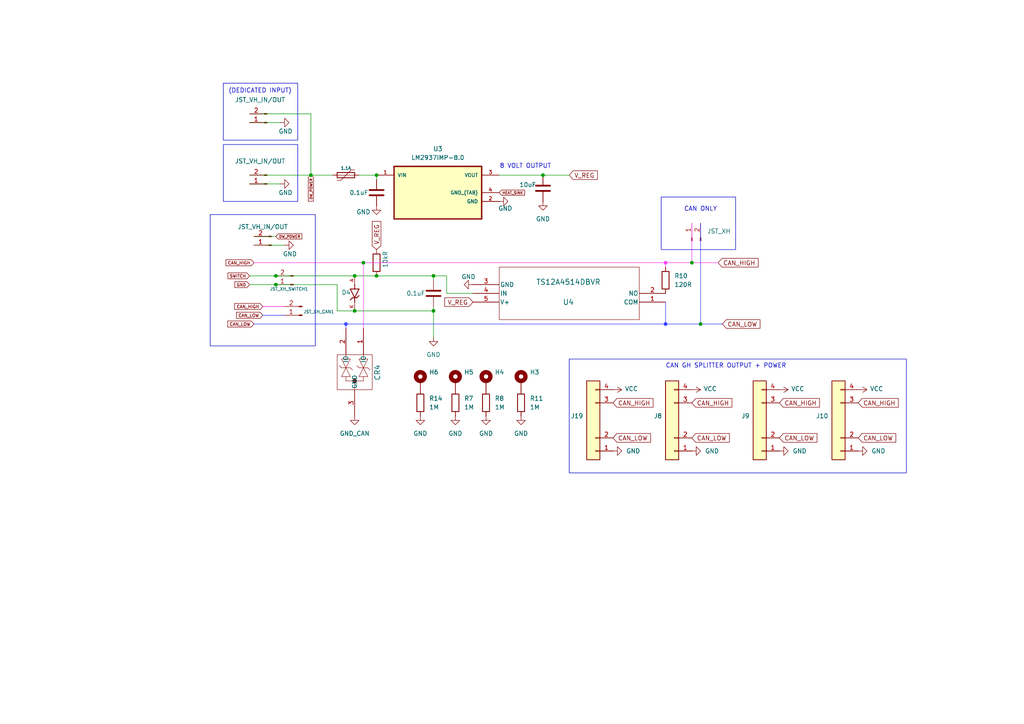
<source format=kicad_sch>
(kicad_sch
	(version 20231120)
	(generator "eeschema")
	(generator_version "8.0")
	(uuid "4a3d11cf-4e16-4dd4-875b-e8b92d024aaf")
	(paper "A4")
	(lib_symbols
		(symbol "Conn_01x04_1"
			(pin_names
				(offset 1.016) hide)
			(exclude_from_sim no)
			(in_bom yes)
			(on_board yes)
			(property "Reference" "J12"
				(at 2.54 0.0001 0)
				(effects
					(font
						(size 1.27 1.27)
					)
					(justify left)
					(hide yes)
				)
			)
			(property "Value" "Conn_01x04"
				(at -6.35 -9.398 0)
				(effects
					(font
						(size 1.27 1.27)
					)
					(justify left)
					(hide yes)
				)
			)
			(property "Footprint" ""
				(at 0 0 0)
				(effects
					(font
						(size 1.27 1.27)
					)
					(hide yes)
				)
			)
			(property "Datasheet" "~"
				(at 0 0 0)
				(effects
					(font
						(size 1.27 1.27)
					)
					(hide yes)
				)
			)
			(property "Description" "Generic connector, single row, 01x04, script generated (kicad-library-utils/schlib/autogen/connector/)"
				(at -2.54 3.048 0)
				(effects
					(font
						(size 1.27 1.27)
					)
					(hide yes)
				)
			)
			(property "ki_keywords" "connector"
				(at 0 0 0)
				(effects
					(font
						(size 1.27 1.27)
					)
					(hide yes)
				)
			)
			(property "ki_fp_filters" "Connector*:*_1x??_*"
				(at 0 0 0)
				(effects
					(font
						(size 1.27 1.27)
					)
					(hide yes)
				)
			)
			(symbol "Conn_01x04_1_1_1"
				(rectangle
					(start -1.27 -7.493)
					(end 0 -7.747)
					(stroke
						(width 0.1524)
						(type default)
					)
					(fill
						(type none)
					)
				)
				(rectangle
					(start -1.27 -3.683)
					(end 0 -3.937)
					(stroke
						(width 0.1524)
						(type default)
					)
					(fill
						(type none)
					)
				)
				(rectangle
					(start -1.27 6.477)
					(end 0 6.223)
					(stroke
						(width 0.1524)
						(type default)
					)
					(fill
						(type none)
					)
				)
				(rectangle
					(start -1.27 10.287)
					(end 0 10.033)
					(stroke
						(width 0.1524)
						(type default)
					)
					(fill
						(type none)
					)
				)
				(rectangle
					(start -1.27 12.7)
					(end 2.54 -10.16)
					(stroke
						(width 0.254)
						(type default)
					)
					(fill
						(type background)
					)
				)
				(pin passive line
					(at -5.08 10.16 0)
					(length 3.81)
					(name "Pin_1"
						(effects
							(font
								(size 1.27 1.27)
							)
						)
					)
					(number "1"
						(effects
							(font
								(size 1.27 1.27)
							)
						)
					)
				)
				(pin passive line
					(at -5.08 6.35 0)
					(length 3.81)
					(name "Pin_2"
						(effects
							(font
								(size 1.27 1.27)
							)
						)
					)
					(number "2"
						(effects
							(font
								(size 1.27 1.27)
							)
						)
					)
				)
				(pin passive line
					(at -5.08 -3.81 0)
					(length 3.81)
					(name "Pin_3"
						(effects
							(font
								(size 1.27 1.27)
							)
						)
					)
					(number "3"
						(effects
							(font
								(size 1.27 1.27)
							)
						)
					)
				)
				(pin passive line
					(at -5.08 -7.62 0)
					(length 3.81)
					(name "Pin_4"
						(effects
							(font
								(size 1.27 1.27)
							)
						)
					)
					(number "4"
						(effects
							(font
								(size 1.27 1.27)
							)
						)
					)
				)
			)
		)
		(symbol "Connector:Conn_01x02_Pin"
			(pin_names
				(offset 1.016) hide)
			(exclude_from_sim no)
			(in_bom yes)
			(on_board yes)
			(property "Reference" "J"
				(at 0 2.54 0)
				(effects
					(font
						(size 1.27 1.27)
					)
				)
			)
			(property "Value" "Conn_01x02_Pin"
				(at 0 -5.08 0)
				(effects
					(font
						(size 1.27 1.27)
					)
				)
			)
			(property "Footprint" ""
				(at 0 0 0)
				(effects
					(font
						(size 1.27 1.27)
					)
					(hide yes)
				)
			)
			(property "Datasheet" "~"
				(at 0 0 0)
				(effects
					(font
						(size 1.27 1.27)
					)
					(hide yes)
				)
			)
			(property "Description" "Generic connector, single row, 01x02, script generated"
				(at 0 0 0)
				(effects
					(font
						(size 1.27 1.27)
					)
					(hide yes)
				)
			)
			(property "ki_locked" ""
				(at 0 0 0)
				(effects
					(font
						(size 1.27 1.27)
					)
				)
			)
			(property "ki_keywords" "connector"
				(at 0 0 0)
				(effects
					(font
						(size 1.27 1.27)
					)
					(hide yes)
				)
			)
			(property "ki_fp_filters" "Connector*:*_1x??_*"
				(at 0 0 0)
				(effects
					(font
						(size 1.27 1.27)
					)
					(hide yes)
				)
			)
			(symbol "Conn_01x02_Pin_1_1"
				(polyline
					(pts
						(xy 1.27 -2.54) (xy 0.8636 -2.54)
					)
					(stroke
						(width 0.1524)
						(type default)
					)
					(fill
						(type none)
					)
				)
				(polyline
					(pts
						(xy 1.27 0) (xy 0.8636 0)
					)
					(stroke
						(width 0.1524)
						(type default)
					)
					(fill
						(type none)
					)
				)
				(rectangle
					(start 0.8636 -2.413)
					(end 0 -2.667)
					(stroke
						(width 0.1524)
						(type default)
					)
					(fill
						(type outline)
					)
				)
				(rectangle
					(start 0.8636 0.127)
					(end 0 -0.127)
					(stroke
						(width 0.1524)
						(type default)
					)
					(fill
						(type outline)
					)
				)
				(pin passive line
					(at 5.08 0 180)
					(length 3.81)
					(name "Pin_1"
						(effects
							(font
								(size 1.27 1.27)
							)
						)
					)
					(number "1"
						(effects
							(font
								(size 1.27 1.27)
							)
						)
					)
				)
				(pin passive line
					(at 5.08 -2.54 180)
					(length 3.81)
					(name "Pin_2"
						(effects
							(font
								(size 1.27 1.27)
							)
						)
					)
					(number "2"
						(effects
							(font
								(size 1.27 1.27)
							)
						)
					)
				)
			)
		)
		(symbol "Device:C"
			(pin_numbers hide)
			(pin_names
				(offset 0.254)
			)
			(exclude_from_sim no)
			(in_bom yes)
			(on_board yes)
			(property "Reference" "C"
				(at 0.635 2.54 0)
				(effects
					(font
						(size 1.27 1.27)
					)
					(justify left)
				)
			)
			(property "Value" "C"
				(at 0.635 -2.54 0)
				(effects
					(font
						(size 1.27 1.27)
					)
					(justify left)
				)
			)
			(property "Footprint" ""
				(at 0.9652 -3.81 0)
				(effects
					(font
						(size 1.27 1.27)
					)
					(hide yes)
				)
			)
			(property "Datasheet" "~"
				(at 0 0 0)
				(effects
					(font
						(size 1.27 1.27)
					)
					(hide yes)
				)
			)
			(property "Description" "Unpolarized capacitor"
				(at 0 0 0)
				(effects
					(font
						(size 1.27 1.27)
					)
					(hide yes)
				)
			)
			(property "ki_keywords" "cap capacitor"
				(at 0 0 0)
				(effects
					(font
						(size 1.27 1.27)
					)
					(hide yes)
				)
			)
			(property "ki_fp_filters" "C_*"
				(at 0 0 0)
				(effects
					(font
						(size 1.27 1.27)
					)
					(hide yes)
				)
			)
			(symbol "C_0_1"
				(polyline
					(pts
						(xy -2.032 -0.762) (xy 2.032 -0.762)
					)
					(stroke
						(width 0.508)
						(type default)
					)
					(fill
						(type none)
					)
				)
				(polyline
					(pts
						(xy -2.032 0.762) (xy 2.032 0.762)
					)
					(stroke
						(width 0.508)
						(type default)
					)
					(fill
						(type none)
					)
				)
			)
			(symbol "C_1_1"
				(pin passive line
					(at 0 3.81 270)
					(length 2.794)
					(name "~"
						(effects
							(font
								(size 1.27 1.27)
							)
						)
					)
					(number "1"
						(effects
							(font
								(size 1.27 1.27)
							)
						)
					)
				)
				(pin passive line
					(at 0 -3.81 90)
					(length 2.794)
					(name "~"
						(effects
							(font
								(size 1.27 1.27)
							)
						)
					)
					(number "2"
						(effects
							(font
								(size 1.27 1.27)
							)
						)
					)
				)
			)
		)
		(symbol "Device:Polyfuse"
			(pin_numbers hide)
			(pin_names
				(offset 0)
			)
			(exclude_from_sim no)
			(in_bom yes)
			(on_board yes)
			(property "Reference" "F"
				(at -2.54 0 90)
				(effects
					(font
						(size 1.27 1.27)
					)
				)
			)
			(property "Value" "Polyfuse"
				(at 2.54 0 90)
				(effects
					(font
						(size 1.27 1.27)
					)
				)
			)
			(property "Footprint" ""
				(at 1.27 -5.08 0)
				(effects
					(font
						(size 1.27 1.27)
					)
					(justify left)
					(hide yes)
				)
			)
			(property "Datasheet" "~"
				(at 0 0 0)
				(effects
					(font
						(size 1.27 1.27)
					)
					(hide yes)
				)
			)
			(property "Description" "Resettable fuse, polymeric positive temperature coefficient"
				(at 0 0 0)
				(effects
					(font
						(size 1.27 1.27)
					)
					(hide yes)
				)
			)
			(property "ki_keywords" "resettable fuse PTC PPTC polyfuse polyswitch"
				(at 0 0 0)
				(effects
					(font
						(size 1.27 1.27)
					)
					(hide yes)
				)
			)
			(property "ki_fp_filters" "*polyfuse* *PTC*"
				(at 0 0 0)
				(effects
					(font
						(size 1.27 1.27)
					)
					(hide yes)
				)
			)
			(symbol "Polyfuse_0_1"
				(rectangle
					(start -0.762 2.54)
					(end 0.762 -2.54)
					(stroke
						(width 0.254)
						(type default)
					)
					(fill
						(type none)
					)
				)
				(polyline
					(pts
						(xy 0 2.54) (xy 0 -2.54)
					)
					(stroke
						(width 0)
						(type default)
					)
					(fill
						(type none)
					)
				)
				(polyline
					(pts
						(xy -1.524 2.54) (xy -1.524 1.524) (xy 1.524 -1.524) (xy 1.524 -2.54)
					)
					(stroke
						(width 0)
						(type default)
					)
					(fill
						(type none)
					)
				)
			)
			(symbol "Polyfuse_1_1"
				(pin passive line
					(at 0 3.81 270)
					(length 1.27)
					(name "~"
						(effects
							(font
								(size 1.27 1.27)
							)
						)
					)
					(number "1"
						(effects
							(font
								(size 1.27 1.27)
							)
						)
					)
				)
				(pin passive line
					(at 0 -3.81 90)
					(length 1.27)
					(name "~"
						(effects
							(font
								(size 1.27 1.27)
							)
						)
					)
					(number "2"
						(effects
							(font
								(size 1.27 1.27)
							)
						)
					)
				)
			)
		)
		(symbol "Device:R"
			(pin_numbers hide)
			(pin_names
				(offset 0)
			)
			(exclude_from_sim no)
			(in_bom yes)
			(on_board yes)
			(property "Reference" "R"
				(at 2.032 0 90)
				(effects
					(font
						(size 1.27 1.27)
					)
				)
			)
			(property "Value" "R"
				(at 0 0 90)
				(effects
					(font
						(size 1.27 1.27)
					)
				)
			)
			(property "Footprint" ""
				(at -1.778 0 90)
				(effects
					(font
						(size 1.27 1.27)
					)
					(hide yes)
				)
			)
			(property "Datasheet" "~"
				(at 0 0 0)
				(effects
					(font
						(size 1.27 1.27)
					)
					(hide yes)
				)
			)
			(property "Description" "Resistor"
				(at 0 0 0)
				(effects
					(font
						(size 1.27 1.27)
					)
					(hide yes)
				)
			)
			(property "ki_keywords" "R res resistor"
				(at 0 0 0)
				(effects
					(font
						(size 1.27 1.27)
					)
					(hide yes)
				)
			)
			(property "ki_fp_filters" "R_*"
				(at 0 0 0)
				(effects
					(font
						(size 1.27 1.27)
					)
					(hide yes)
				)
			)
			(symbol "R_0_1"
				(rectangle
					(start -1.016 -2.54)
					(end 1.016 2.54)
					(stroke
						(width 0.254)
						(type default)
					)
					(fill
						(type none)
					)
				)
			)
			(symbol "R_1_1"
				(pin passive line
					(at 0 3.81 270)
					(length 1.27)
					(name "~"
						(effects
							(font
								(size 1.27 1.27)
							)
						)
					)
					(number "1"
						(effects
							(font
								(size 1.27 1.27)
							)
						)
					)
				)
				(pin passive line
					(at 0 -3.81 90)
					(length 1.27)
					(name "~"
						(effects
							(font
								(size 1.27 1.27)
							)
						)
					)
					(number "2"
						(effects
							(font
								(size 1.27 1.27)
							)
						)
					)
				)
			)
		)
		(symbol "ESD2CAN36-Q1:ESD2CAN36DBZRQ1"
			(pin_names
				(offset 0.254)
			)
			(exclude_from_sim no)
			(in_bom yes)
			(on_board yes)
			(property "Reference" "CR"
				(at 12.7 7.62 0)
				(effects
					(font
						(size 1.524 1.524)
					)
				)
			)
			(property "Value" "ESD2CAN36DBZRQ1"
				(at 12.7 5.08 0)
				(effects
					(font
						(size 1.524 1.524)
					)
				)
			)
			(property "Footprint" "SOT-23-3_DBZ_TEX"
				(at 0 0 0)
				(effects
					(font
						(size 1.27 1.27)
						(italic yes)
					)
					(hide yes)
				)
			)
			(property "Datasheet" "ESD2CAN36DBZRQ1"
				(at 0 0 0)
				(effects
					(font
						(size 1.27 1.27)
						(italic yes)
					)
					(hide yes)
				)
			)
			(property "Description" ""
				(at 0 0 0)
				(effects
					(font
						(size 1.27 1.27)
					)
					(hide yes)
				)
			)
			(property "ki_locked" ""
				(at 0 0 0)
				(effects
					(font
						(size 1.27 1.27)
					)
				)
			)
			(property "ki_keywords" "ESD2CAN36DBZRQ1"
				(at 0 0 0)
				(effects
					(font
						(size 1.27 1.27)
					)
					(hide yes)
				)
			)
			(property "ki_fp_filters" "SOT-23-3_DBZ_TEX SOT-23-3_DBZ_TEX-M SOT-23-3_DBZ_TEX-L"
				(at 0 0 0)
				(effects
					(font
						(size 1.27 1.27)
					)
					(hide yes)
				)
			)
			(symbol "ESD2CAN36DBZRQ1_0_1"
				(polyline
					(pts
						(xy 7.62 -7.62) (xy 17.78 -7.62)
					)
					(stroke
						(width 0.127)
						(type default)
					)
					(fill
						(type none)
					)
				)
				(polyline
					(pts
						(xy 7.62 -5.08) (xy 8.89 -5.08)
					)
					(stroke
						(width 0.127)
						(type default)
					)
					(fill
						(type none)
					)
				)
				(polyline
					(pts
						(xy 7.62 0) (xy 8.89 0)
					)
					(stroke
						(width 0.127)
						(type default)
					)
					(fill
						(type none)
					)
				)
				(polyline
					(pts
						(xy 7.62 2.54) (xy 7.62 -7.62)
					)
					(stroke
						(width 0.127)
						(type default)
					)
					(fill
						(type none)
					)
				)
				(polyline
					(pts
						(xy 8.89 -6.35) (xy 13.97 -3.81)
					)
					(stroke
						(width 0.127)
						(type default)
					)
					(fill
						(type none)
					)
				)
				(polyline
					(pts
						(xy 8.89 -3.81) (xy 8.89 -6.35)
					)
					(stroke
						(width 0.127)
						(type default)
					)
					(fill
						(type none)
					)
				)
				(polyline
					(pts
						(xy 8.89 -3.81) (xy 13.97 -6.35)
					)
					(stroke
						(width 0.127)
						(type default)
					)
					(fill
						(type none)
					)
				)
				(polyline
					(pts
						(xy 8.89 -1.27) (xy 13.97 1.27)
					)
					(stroke
						(width 0.127)
						(type default)
					)
					(fill
						(type none)
					)
				)
				(polyline
					(pts
						(xy 8.89 1.27) (xy 8.89 -1.27)
					)
					(stroke
						(width 0.127)
						(type default)
					)
					(fill
						(type none)
					)
				)
				(polyline
					(pts
						(xy 8.89 1.27) (xy 13.97 -1.27)
					)
					(stroke
						(width 0.127)
						(type default)
					)
					(fill
						(type none)
					)
				)
				(polyline
					(pts
						(xy 11.43 -6.35) (xy 10.795 -6.985)
					)
					(stroke
						(width 0.127)
						(type default)
					)
					(fill
						(type none)
					)
				)
				(polyline
					(pts
						(xy 11.43 -3.81) (xy 11.43 -6.35)
					)
					(stroke
						(width 0.127)
						(type default)
					)
					(fill
						(type none)
					)
				)
				(polyline
					(pts
						(xy 11.43 -3.81) (xy 12.065 -3.175)
					)
					(stroke
						(width 0.127)
						(type default)
					)
					(fill
						(type none)
					)
				)
				(polyline
					(pts
						(xy 11.43 -1.27) (xy 10.795 -1.905)
					)
					(stroke
						(width 0.127)
						(type default)
					)
					(fill
						(type none)
					)
				)
				(polyline
					(pts
						(xy 11.43 1.27) (xy 11.43 -1.27)
					)
					(stroke
						(width 0.127)
						(type default)
					)
					(fill
						(type none)
					)
				)
				(polyline
					(pts
						(xy 11.43 1.27) (xy 12.065 1.905)
					)
					(stroke
						(width 0.127)
						(type default)
					)
					(fill
						(type none)
					)
				)
				(polyline
					(pts
						(xy 13.97 -5.08) (xy 15.24 -5.08)
					)
					(stroke
						(width 0.127)
						(type default)
					)
					(fill
						(type none)
					)
				)
				(polyline
					(pts
						(xy 13.97 -3.81) (xy 13.97 -6.35)
					)
					(stroke
						(width 0.127)
						(type default)
					)
					(fill
						(type none)
					)
				)
				(polyline
					(pts
						(xy 13.97 0) (xy 15.24 0)
					)
					(stroke
						(width 0.127)
						(type default)
					)
					(fill
						(type none)
					)
				)
				(polyline
					(pts
						(xy 13.97 1.27) (xy 13.97 -1.27)
					)
					(stroke
						(width 0.127)
						(type default)
					)
					(fill
						(type none)
					)
				)
				(polyline
					(pts
						(xy 15.24 -2.54) (xy 17.78 -2.54)
					)
					(stroke
						(width 0.127)
						(type default)
					)
					(fill
						(type none)
					)
				)
				(polyline
					(pts
						(xy 15.24 0) (xy 15.24 -5.08)
					)
					(stroke
						(width 0.127)
						(type default)
					)
					(fill
						(type none)
					)
				)
				(polyline
					(pts
						(xy 17.78 -7.62) (xy 17.78 2.54)
					)
					(stroke
						(width 0.127)
						(type default)
					)
					(fill
						(type none)
					)
				)
				(polyline
					(pts
						(xy 17.78 2.54) (xy 7.62 2.54)
					)
					(stroke
						(width 0.127)
						(type default)
					)
					(fill
						(type none)
					)
				)
				(circle
					(center 15.24 -2.54)
					(radius 0.127)
					(stroke
						(width 0.508)
						(type default)
					)
					(fill
						(type none)
					)
				)
				(pin bidirectional line
					(at 0 0 0)
					(length 7.62)
					(name "IO"
						(effects
							(font
								(size 1.27 1.27)
							)
						)
					)
					(number "1"
						(effects
							(font
								(size 1.27 1.27)
							)
						)
					)
				)
				(pin bidirectional line
					(at 0 -5.08 0)
					(length 7.62)
					(name "IO"
						(effects
							(font
								(size 1.27 1.27)
							)
						)
					)
					(number "2"
						(effects
							(font
								(size 1.27 1.27)
							)
						)
					)
				)
				(pin power_out line
					(at 25.4 -2.54 180)
					(length 7.62)
					(name "GND"
						(effects
							(font
								(size 1.27 1.27)
							)
						)
					)
					(number "3"
						(effects
							(font
								(size 1.27 1.27)
							)
						)
					)
				)
			)
		)
		(symbol "LM2937IMP-8.0:LM2937IMP-8.0"
			(pin_names
				(offset 1.016)
			)
			(exclude_from_sim no)
			(in_bom yes)
			(on_board yes)
			(property "Reference" "U"
				(at -12.7 8.62 0)
				(effects
					(font
						(size 1.27 1.27)
					)
					(justify left bottom)
				)
			)
			(property "Value" "LM2937IMP-8.0"
				(at -12.7 -11.62 0)
				(effects
					(font
						(size 1.27 1.27)
					)
					(justify left bottom)
				)
			)
			(property "Footprint" "LM2937IMP-8.0:SOT230P700X180-4N"
				(at 0 0 0)
				(effects
					(font
						(size 1.27 1.27)
					)
					(justify bottom)
					(hide yes)
				)
			)
			(property "Datasheet" ""
				(at 0 0 0)
				(effects
					(font
						(size 1.27 1.27)
					)
					(hide yes)
				)
			)
			(property "Description" ""
				(at 0 0 0)
				(effects
					(font
						(size 1.27 1.27)
					)
					(hide yes)
				)
			)
			(symbol "LM2937IMP-8.0_0_0"
				(rectangle
					(start -12.7 -7.62)
					(end 12.7 7.62)
					(stroke
						(width 0.41)
						(type default)
					)
					(fill
						(type background)
					)
				)
				(pin input line
					(at -17.78 5.08 0)
					(length 5.08)
					(name "VIN"
						(effects
							(font
								(size 1.016 1.016)
							)
						)
					)
					(number "1"
						(effects
							(font
								(size 1.016 1.016)
							)
						)
					)
				)
				(pin power_in line
					(at 17.78 -2.54 180)
					(length 5.08)
					(name "GND"
						(effects
							(font
								(size 1.016 1.016)
							)
						)
					)
					(number "2"
						(effects
							(font
								(size 1.016 1.016)
							)
						)
					)
				)
				(pin output line
					(at 17.78 5.08 180)
					(length 5.08)
					(name "VOUT"
						(effects
							(font
								(size 1.016 1.016)
							)
						)
					)
					(number "3"
						(effects
							(font
								(size 1.016 1.016)
							)
						)
					)
				)
				(pin power_in line
					(at 17.78 0 180)
					(length 5.08)
					(name "GND_(TAB)"
						(effects
							(font
								(size 1.016 1.016)
							)
						)
					)
					(number "4"
						(effects
							(font
								(size 1.016 1.016)
							)
						)
					)
				)
			)
		)
		(symbol "Mechanical:MountingHole_Pad"
			(pin_numbers hide)
			(pin_names
				(offset 1.016) hide)
			(exclude_from_sim yes)
			(in_bom no)
			(on_board yes)
			(property "Reference" "H"
				(at 0 6.35 0)
				(effects
					(font
						(size 1.27 1.27)
					)
				)
			)
			(property "Value" "MountingHole_Pad"
				(at 0 4.445 0)
				(effects
					(font
						(size 1.27 1.27)
					)
				)
			)
			(property "Footprint" ""
				(at 0 0 0)
				(effects
					(font
						(size 1.27 1.27)
					)
					(hide yes)
				)
			)
			(property "Datasheet" "~"
				(at 0 0 0)
				(effects
					(font
						(size 1.27 1.27)
					)
					(hide yes)
				)
			)
			(property "Description" "Mounting Hole with connection"
				(at 0 0 0)
				(effects
					(font
						(size 1.27 1.27)
					)
					(hide yes)
				)
			)
			(property "ki_keywords" "mounting hole"
				(at 0 0 0)
				(effects
					(font
						(size 1.27 1.27)
					)
					(hide yes)
				)
			)
			(property "ki_fp_filters" "MountingHole*Pad*"
				(at 0 0 0)
				(effects
					(font
						(size 1.27 1.27)
					)
					(hide yes)
				)
			)
			(symbol "MountingHole_Pad_0_1"
				(circle
					(center 0 1.27)
					(radius 1.27)
					(stroke
						(width 1.27)
						(type default)
					)
					(fill
						(type none)
					)
				)
			)
			(symbol "MountingHole_Pad_1_1"
				(pin input line
					(at 0 -2.54 90)
					(length 2.54)
					(name "1"
						(effects
							(font
								(size 1.27 1.27)
							)
						)
					)
					(number "1"
						(effects
							(font
								(size 1.27 1.27)
							)
						)
					)
				)
			)
		)
		(symbol "TS12A4514:TS12A4514DBVR"
			(pin_names
				(offset 0.254)
			)
			(exclude_from_sim no)
			(in_bom yes)
			(on_board yes)
			(property "Reference" "U"
				(at 27.94 10.16 0)
				(effects
					(font
						(size 1.524 1.524)
					)
				)
			)
			(property "Value" "TS12A4514DBVR"
				(at 27.94 7.62 0)
				(effects
					(font
						(size 1.524 1.524)
					)
				)
			)
			(property "Footprint" "DBV5"
				(at 0 0 0)
				(effects
					(font
						(size 1.27 1.27)
						(italic yes)
					)
					(hide yes)
				)
			)
			(property "Datasheet" "TS12A4514DBVR"
				(at 0 0 0)
				(effects
					(font
						(size 1.27 1.27)
						(italic yes)
					)
					(hide yes)
				)
			)
			(property "Description" ""
				(at 0 0 0)
				(effects
					(font
						(size 1.27 1.27)
					)
					(hide yes)
				)
			)
			(property "ki_locked" ""
				(at 0 0 0)
				(effects
					(font
						(size 1.27 1.27)
					)
				)
			)
			(property "ki_keywords" "TS12A4514DBVR"
				(at 0 0 0)
				(effects
					(font
						(size 1.27 1.27)
					)
					(hide yes)
				)
			)
			(property "ki_fp_filters" "DBV5 DBV5-M DBV5-L"
				(at 0 0 0)
				(effects
					(font
						(size 1.27 1.27)
					)
					(hide yes)
				)
			)
			(symbol "TS12A4514DBVR_0_1"
				(polyline
					(pts
						(xy 7.62 -10.16) (xy 48.26 -10.16)
					)
					(stroke
						(width 0.127)
						(type default)
					)
					(fill
						(type none)
					)
				)
				(polyline
					(pts
						(xy 7.62 5.08) (xy 7.62 -10.16)
					)
					(stroke
						(width 0.127)
						(type default)
					)
					(fill
						(type none)
					)
				)
				(polyline
					(pts
						(xy 48.26 -10.16) (xy 48.26 5.08)
					)
					(stroke
						(width 0.127)
						(type default)
					)
					(fill
						(type none)
					)
				)
				(polyline
					(pts
						(xy 48.26 5.08) (xy 7.62 5.08)
					)
					(stroke
						(width 0.127)
						(type default)
					)
					(fill
						(type none)
					)
				)
				(pin unspecified line
					(at 0 0 0)
					(length 7.62)
					(name "COM"
						(effects
							(font
								(size 1.27 1.27)
							)
						)
					)
					(number "1"
						(effects
							(font
								(size 1.27 1.27)
							)
						)
					)
				)
				(pin output line
					(at 0 -2.54 0)
					(length 7.62)
					(name "NO"
						(effects
							(font
								(size 1.27 1.27)
							)
						)
					)
					(number "2"
						(effects
							(font
								(size 1.27 1.27)
							)
						)
					)
				)
				(pin power_in line
					(at 55.88 -5.08 180)
					(length 7.62)
					(name "GND"
						(effects
							(font
								(size 1.27 1.27)
							)
						)
					)
					(number "3"
						(effects
							(font
								(size 1.27 1.27)
							)
						)
					)
				)
				(pin input line
					(at 55.88 -2.54 180)
					(length 7.62)
					(name "IN"
						(effects
							(font
								(size 1.27 1.27)
							)
						)
					)
					(number "4"
						(effects
							(font
								(size 1.27 1.27)
							)
						)
					)
				)
				(pin power_in line
					(at 55.88 0 180)
					(length 7.62)
					(name "V+"
						(effects
							(font
								(size 1.27 1.27)
							)
						)
					)
					(number "5"
						(effects
							(font
								(size 1.27 1.27)
							)
						)
					)
				)
			)
		)
		(symbol "UCLAMP1071P.TNT:UCLAMP1071P.TNT"
			(pin_names
				(offset 1.016)
			)
			(exclude_from_sim no)
			(in_bom yes)
			(on_board yes)
			(property "Reference" "D"
				(at -5.08 2.54 0)
				(effects
					(font
						(size 1.27 1.27)
					)
					(justify left bottom)
				)
			)
			(property "Value" "UCLAMP1071P.TNT"
				(at -5.08 -3.81 0)
				(effects
					(font
						(size 1.27 1.27)
					)
					(justify left bottom)
				)
			)
			(property "Footprint" "UCLAMP1071P.TNT:DIO_UCLAMP1071P.TNT"
				(at 0 0 0)
				(effects
					(font
						(size 1.27 1.27)
					)
					(justify bottom)
					(hide yes)
				)
			)
			(property "Datasheet" ""
				(at 0 0 0)
				(effects
					(font
						(size 1.27 1.27)
					)
					(hide yes)
				)
			)
			(property "Description" ""
				(at 0 0 0)
				(effects
					(font
						(size 1.27 1.27)
					)
					(hide yes)
				)
			)
			(property "PARTREV" "8.1"
				(at 0 0 0)
				(effects
					(font
						(size 1.27 1.27)
					)
					(justify bottom)
					(hide yes)
				)
			)
			(property "MANUFACTURER" "Semtech Corporation"
				(at 0 0 0)
				(effects
					(font
						(size 1.27 1.27)
					)
					(justify bottom)
					(hide yes)
				)
			)
			(property "MAXIMUM_PACKAGE_HEIGHT" "0.55mm"
				(at 0 0 0)
				(effects
					(font
						(size 1.27 1.27)
					)
					(justify bottom)
					(hide yes)
				)
			)
			(property "STANDARD" "Manufacturer Recommendations"
				(at 0 0 0)
				(effects
					(font
						(size 1.27 1.27)
					)
					(justify bottom)
					(hide yes)
				)
			)
			(symbol "UCLAMP1071P.TNT_0_0"
				(polyline
					(pts
						(xy -2.54 0) (xy -1.27 0)
					)
					(stroke
						(width 0.254)
						(type default)
					)
					(fill
						(type none)
					)
				)
				(polyline
					(pts
						(xy -1.27 -1.27) (xy 1.27 0)
					)
					(stroke
						(width 0.254)
						(type default)
					)
					(fill
						(type none)
					)
				)
				(polyline
					(pts
						(xy -1.27 0) (xy -1.27 -1.27)
					)
					(stroke
						(width 0.254)
						(type default)
					)
					(fill
						(type none)
					)
				)
				(polyline
					(pts
						(xy -1.27 1.27) (xy -1.27 0)
					)
					(stroke
						(width 0.254)
						(type default)
					)
					(fill
						(type none)
					)
				)
				(polyline
					(pts
						(xy 0.635 1.27) (xy 1.27 0.635)
					)
					(stroke
						(width 0.254)
						(type default)
					)
					(fill
						(type none)
					)
				)
				(polyline
					(pts
						(xy 1.27 -0.635) (xy 1.905 -1.27)
					)
					(stroke
						(width 0.254)
						(type default)
					)
					(fill
						(type none)
					)
				)
				(polyline
					(pts
						(xy 1.27 0) (xy -1.27 1.27)
					)
					(stroke
						(width 0.254)
						(type default)
					)
					(fill
						(type none)
					)
				)
				(polyline
					(pts
						(xy 1.27 0) (xy 1.27 -0.635)
					)
					(stroke
						(width 0.254)
						(type default)
					)
					(fill
						(type none)
					)
				)
				(polyline
					(pts
						(xy 1.27 0.635) (xy 1.27 0)
					)
					(stroke
						(width 0.254)
						(type default)
					)
					(fill
						(type none)
					)
				)
				(polyline
					(pts
						(xy 2.54 0) (xy 1.27 0)
					)
					(stroke
						(width 0.254)
						(type default)
					)
					(fill
						(type none)
					)
				)
				(pin passive line
					(at -5.08 0 0)
					(length 2.54)
					(name "~"
						(effects
							(font
								(size 1.016 1.016)
							)
						)
					)
					(number "A"
						(effects
							(font
								(size 1.016 1.016)
							)
						)
					)
				)
				(pin passive line
					(at 5.08 0 180)
					(length 2.54)
					(name "~"
						(effects
							(font
								(size 1.016 1.016)
							)
						)
					)
					(number "K"
						(effects
							(font
								(size 1.016 1.016)
							)
						)
					)
				)
			)
		)
		(symbol "power:GND"
			(power)
			(pin_numbers hide)
			(pin_names
				(offset 0) hide)
			(exclude_from_sim no)
			(in_bom yes)
			(on_board yes)
			(property "Reference" "#PWR"
				(at 0 -6.35 0)
				(effects
					(font
						(size 1.27 1.27)
					)
					(hide yes)
				)
			)
			(property "Value" "GND"
				(at 0 -3.81 0)
				(effects
					(font
						(size 1.27 1.27)
					)
				)
			)
			(property "Footprint" ""
				(at 0 0 0)
				(effects
					(font
						(size 1.27 1.27)
					)
					(hide yes)
				)
			)
			(property "Datasheet" ""
				(at 0 0 0)
				(effects
					(font
						(size 1.27 1.27)
					)
					(hide yes)
				)
			)
			(property "Description" "Power symbol creates a global label with name \"GND\" , ground"
				(at 0 0 0)
				(effects
					(font
						(size 1.27 1.27)
					)
					(hide yes)
				)
			)
			(property "ki_keywords" "global power"
				(at 0 0 0)
				(effects
					(font
						(size 1.27 1.27)
					)
					(hide yes)
				)
			)
			(symbol "GND_0_1"
				(polyline
					(pts
						(xy 0 0) (xy 0 -1.27) (xy 1.27 -1.27) (xy 0 -2.54) (xy -1.27 -1.27) (xy 0 -1.27)
					)
					(stroke
						(width 0)
						(type default)
					)
					(fill
						(type none)
					)
				)
			)
			(symbol "GND_1_1"
				(pin power_in line
					(at 0 0 270)
					(length 0)
					(name "~"
						(effects
							(font
								(size 1.27 1.27)
							)
						)
					)
					(number "1"
						(effects
							(font
								(size 1.27 1.27)
							)
						)
					)
				)
			)
		)
		(symbol "power:VCC"
			(power)
			(pin_numbers hide)
			(pin_names
				(offset 0) hide)
			(exclude_from_sim no)
			(in_bom yes)
			(on_board yes)
			(property "Reference" "#PWR"
				(at 0 -3.81 0)
				(effects
					(font
						(size 1.27 1.27)
					)
					(hide yes)
				)
			)
			(property "Value" "VCC"
				(at 0 3.556 0)
				(effects
					(font
						(size 1.27 1.27)
					)
				)
			)
			(property "Footprint" ""
				(at 0 0 0)
				(effects
					(font
						(size 1.27 1.27)
					)
					(hide yes)
				)
			)
			(property "Datasheet" ""
				(at 0 0 0)
				(effects
					(font
						(size 1.27 1.27)
					)
					(hide yes)
				)
			)
			(property "Description" "Power symbol creates a global label with name \"VCC\""
				(at 0 0 0)
				(effects
					(font
						(size 1.27 1.27)
					)
					(hide yes)
				)
			)
			(property "ki_keywords" "global power"
				(at 0 0 0)
				(effects
					(font
						(size 1.27 1.27)
					)
					(hide yes)
				)
			)
			(symbol "VCC_0_1"
				(polyline
					(pts
						(xy -0.762 1.27) (xy 0 2.54)
					)
					(stroke
						(width 0)
						(type default)
					)
					(fill
						(type none)
					)
				)
				(polyline
					(pts
						(xy 0 0) (xy 0 2.54)
					)
					(stroke
						(width 0)
						(type default)
					)
					(fill
						(type none)
					)
				)
				(polyline
					(pts
						(xy 0 2.54) (xy 0.762 1.27)
					)
					(stroke
						(width 0)
						(type default)
					)
					(fill
						(type none)
					)
				)
			)
			(symbol "VCC_1_1"
				(pin power_in line
					(at 0 0 90)
					(length 0)
					(name "~"
						(effects
							(font
								(size 1.27 1.27)
							)
						)
					)
					(number "1"
						(effects
							(font
								(size 1.27 1.27)
							)
						)
					)
				)
			)
		)
	)
	(junction
		(at 200.66 76.2)
		(diameter 0)
		(color 0 0 0 0)
		(uuid "0d94da34-4c0f-4521-8206-fb38017dc4d6")
	)
	(junction
		(at 203.2 93.98)
		(diameter 0)
		(color 0 0 0 0)
		(uuid "15784e5f-1900-40fa-8eaf-8a9eb3998e35")
	)
	(junction
		(at 102.87 80.01)
		(diameter 0)
		(color 0 0 0 0)
		(uuid "1ac5d6ac-ce8f-407d-8920-f90510982312")
	)
	(junction
		(at 109.22 50.8)
		(diameter 0)
		(color 0 0 0 0)
		(uuid "25351dc8-4729-4071-a4c1-7421a66b8a69")
	)
	(junction
		(at 109.22 80.01)
		(diameter 0)
		(color 0 0 0 0)
		(uuid "479b861e-d9c1-4995-a704-fb1bd3862bce")
	)
	(junction
		(at 105.41 76.2)
		(diameter 0)
		(color 0 0 0 0)
		(uuid "60ab0d60-cab5-4152-9ea7-643cf7096956")
	)
	(junction
		(at 125.73 80.01)
		(diameter 0)
		(color 0 0 0 0)
		(uuid "6a6ec239-0a70-4b23-809c-fae8b10fcc84")
	)
	(junction
		(at 157.48 50.8)
		(diameter 0)
		(color 0 0 0 0)
		(uuid "71b5c43e-a5a7-4ec6-a54e-32fc84a47ed6")
	)
	(junction
		(at 102.87 90.17)
		(diameter 0)
		(color 0 0 0 0)
		(uuid "9a68d391-a884-4b8e-b3b2-d40a7c0b6c91")
	)
	(junction
		(at 90.17 50.8)
		(diameter 0)
		(color 0 0 0 0)
		(uuid "9ad018c8-46a4-4b95-b8f8-052dc4a2c9ae")
	)
	(junction
		(at 80.01 80.01)
		(diameter 0)
		(color 0 0 0 0)
		(uuid "a0fce02d-3d7a-4c69-a1ae-5ec2b4727f83")
	)
	(junction
		(at 80.01 82.55)
		(diameter 0)
		(color 0 0 0 0)
		(uuid "b37ebf2e-a13d-4dc5-91a4-d7bdf667f00e")
	)
	(junction
		(at 100.33 93.98)
		(diameter 0)
		(color 58 68 255 1)
		(uuid "b443c792-d8a7-40cf-9c4b-83ef6e35463f")
	)
	(junction
		(at 125.73 90.17)
		(diameter 0)
		(color 0 0 0 0)
		(uuid "b83e2256-2386-48cf-8c93-714e06158fd5")
	)
	(junction
		(at 193.04 76.2)
		(diameter 0)
		(color 247 62 255 1)
		(uuid "cb8fcb86-04dd-480b-95c3-2bf548e6206e")
	)
	(junction
		(at 193.04 93.98)
		(diameter 0)
		(color 48 55 255 1)
		(uuid "cddcd7bb-4fa1-4625-8cde-d97f711da4b4")
	)
	(wire
		(pts
			(xy 90.17 33.02) (xy 90.17 50.8)
		)
		(stroke
			(width 0)
			(type default)
		)
		(uuid "08f48242-f04d-4aa6-a725-cde8220722ef")
	)
	(wire
		(pts
			(xy 203.2 64.77) (xy 203.2 93.98)
		)
		(stroke
			(width 0)
			(type default)
			(color 48 55 255 1)
		)
		(uuid "0d7872fd-e534-411a-b558-8cf812bf5327")
	)
	(wire
		(pts
			(xy 125.73 80.01) (xy 125.73 81.28)
		)
		(stroke
			(width 0)
			(type default)
		)
		(uuid "0e572be1-8d1c-46cf-bb49-12612cef2060")
	)
	(wire
		(pts
			(xy 125.73 80.01) (xy 129.54 80.01)
		)
		(stroke
			(width 0)
			(type default)
		)
		(uuid "1d243305-98ac-4fe0-abbc-0891e1472694")
	)
	(wire
		(pts
			(xy 144.78 50.8) (xy 157.48 50.8)
		)
		(stroke
			(width 0)
			(type default)
		)
		(uuid "1fcaf575-ca87-4383-a17a-1a74e1882d6a")
	)
	(wire
		(pts
			(xy 82.55 88.9) (xy 76.2 88.9)
		)
		(stroke
			(width 0)
			(type default)
			(color 255 0 225 1)
		)
		(uuid "20a4066b-3809-4cae-b211-e780f3efbd35")
	)
	(wire
		(pts
			(xy 72.39 82.55) (xy 80.01 82.55)
		)
		(stroke
			(width 0)
			(type default)
		)
		(uuid "23e9bd7f-4be4-4e59-b2fd-941853aed0f6")
	)
	(wire
		(pts
			(xy 203.2 93.98) (xy 209.55 93.98)
		)
		(stroke
			(width 0)
			(type default)
			(color 48 55 255 1)
		)
		(uuid "2ceea36f-839c-4027-af10-f1503ef7f201")
	)
	(wire
		(pts
			(xy 72.39 33.02) (xy 90.17 33.02)
		)
		(stroke
			(width 0)
			(type default)
		)
		(uuid "392463ec-2b19-4c59-bd9d-10632e5933e1")
	)
	(wire
		(pts
			(xy 90.17 50.8) (xy 96.52 50.8)
		)
		(stroke
			(width 0)
			(type default)
		)
		(uuid "39953d85-82cf-4fef-b7ed-3b5f988546f4")
	)
	(wire
		(pts
			(xy 73.66 71.12) (xy 82.55 71.12)
		)
		(stroke
			(width 0)
			(type default)
		)
		(uuid "41747445-ab2e-48b2-8f09-5332596f0e18")
	)
	(wire
		(pts
			(xy 102.87 80.01) (xy 109.22 80.01)
		)
		(stroke
			(width 0)
			(type default)
		)
		(uuid "43d9d66e-a32c-4ecf-acdb-fa3e7d7cec3c")
	)
	(wire
		(pts
			(xy 129.54 85.09) (xy 137.16 85.09)
		)
		(stroke
			(width 0)
			(type default)
		)
		(uuid "4878b093-2d04-4d71-87e7-2b3eb4680a8a")
	)
	(wire
		(pts
			(xy 102.87 90.17) (xy 125.73 90.17)
		)
		(stroke
			(width 0)
			(type default)
		)
		(uuid "4bbed2bf-8b5c-47cf-947d-bb5260bad9af")
	)
	(wire
		(pts
			(xy 72.39 53.34) (xy 81.28 53.34)
		)
		(stroke
			(width 0)
			(type default)
		)
		(uuid "4ed0ed99-5edc-4d0d-93f1-01b78c65f1f4")
	)
	(wire
		(pts
			(xy 125.73 90.17) (xy 125.73 97.79)
		)
		(stroke
			(width 0)
			(type default)
		)
		(uuid "5445f2bc-0fb8-4bb9-aa8e-96fdb7277ed5")
	)
	(wire
		(pts
			(xy 193.04 93.98) (xy 203.2 93.98)
		)
		(stroke
			(width 0)
			(type default)
			(color 48 55 255 1)
		)
		(uuid "58c86340-2c78-44b0-81ea-1ec8a9156578")
	)
	(wire
		(pts
			(xy 125.73 88.9) (xy 125.73 90.17)
		)
		(stroke
			(width 0)
			(type default)
		)
		(uuid "5d926256-9b12-44df-9ac9-ac3a918f956f")
	)
	(wire
		(pts
			(xy 80.01 80.01) (xy 102.87 80.01)
		)
		(stroke
			(width 0)
			(type default)
		)
		(uuid "6ec0bf5f-6c68-4498-be63-44f96f0ae392")
	)
	(wire
		(pts
			(xy 200.66 64.77) (xy 200.66 76.2)
		)
		(stroke
			(width 0)
			(type default)
			(color 247 62 255 1)
		)
		(uuid "710a67c4-a6e0-47df-891e-27f406f96598")
	)
	(wire
		(pts
			(xy 109.22 80.01) (xy 125.73 80.01)
		)
		(stroke
			(width 0)
			(type default)
		)
		(uuid "7423ad26-6f23-413d-9def-6ef4f18ce3c9")
	)
	(wire
		(pts
			(xy 73.66 76.2) (xy 105.41 76.2)
		)
		(stroke
			(width 0)
			(type default)
			(color 247 62 255 1)
		)
		(uuid "7a32ef66-823a-4b2e-8061-0eda9829c602")
	)
	(wire
		(pts
			(xy 97.79 82.55) (xy 97.79 90.17)
		)
		(stroke
			(width 0)
			(type default)
		)
		(uuid "83bcc7f2-9d0b-4875-99b2-a8d1e7984295")
	)
	(wire
		(pts
			(xy 193.04 76.2) (xy 200.66 76.2)
		)
		(stroke
			(width 0)
			(type default)
			(color 247 62 255 1)
		)
		(uuid "86b0db10-0a13-4780-a761-84e1403f3842")
	)
	(wire
		(pts
			(xy 105.41 76.2) (xy 105.41 95.25)
		)
		(stroke
			(width 0)
			(type default)
			(color 247 62 255 1)
		)
		(uuid "888de8ba-c924-49fb-bd2b-366968440267")
	)
	(wire
		(pts
			(xy 97.79 90.17) (xy 102.87 90.17)
		)
		(stroke
			(width 0)
			(type default)
		)
		(uuid "8a1cbf6c-5e55-4269-b67c-ebb90c266910")
	)
	(wire
		(pts
			(xy 80.01 82.55) (xy 97.79 82.55)
		)
		(stroke
			(width 0)
			(type default)
		)
		(uuid "939ea3b9-8584-4340-894d-69e5a47605b7")
	)
	(wire
		(pts
			(xy 109.22 50.8) (xy 109.22 52.07)
		)
		(stroke
			(width 0)
			(type default)
		)
		(uuid "93d15c2b-443f-4af0-8048-46d667376263")
	)
	(wire
		(pts
			(xy 72.39 50.8) (xy 90.17 50.8)
		)
		(stroke
			(width 0)
			(type default)
		)
		(uuid "956e1002-0c7c-421a-a469-a1443172f12b")
	)
	(wire
		(pts
			(xy 193.04 87.63) (xy 193.04 93.98)
		)
		(stroke
			(width 0)
			(type default)
			(color 48 55 255 1)
		)
		(uuid "9a320204-a97b-4263-bed7-e1523430f865")
	)
	(wire
		(pts
			(xy 73.66 68.58) (xy 80.01 68.58)
		)
		(stroke
			(width 0)
			(type default)
		)
		(uuid "9a588d37-0c41-4233-ba91-cd37dea55d6a")
	)
	(wire
		(pts
			(xy 73.66 93.98) (xy 100.33 93.98)
		)
		(stroke
			(width 0)
			(type default)
			(color 48 55 255 1)
		)
		(uuid "9ac235e1-8360-4c11-af65-ed62c697df16")
	)
	(wire
		(pts
			(xy 72.39 35.56) (xy 81.28 35.56)
		)
		(stroke
			(width 0)
			(type default)
		)
		(uuid "9de99e39-ae46-4e64-9c2e-633ff682be44")
	)
	(wire
		(pts
			(xy 100.33 93.98) (xy 100.33 95.25)
		)
		(stroke
			(width 0)
			(type default)
			(color 48 55 255 1)
		)
		(uuid "aa9b05c0-7684-48b1-a1dd-f5f76d9a2f25")
	)
	(wire
		(pts
			(xy 193.04 76.2) (xy 193.04 77.47)
		)
		(stroke
			(width 0)
			(type default)
			(color 247 62 255 1)
		)
		(uuid "ac214940-4e31-43b4-bcf1-7c9a43cf8656")
	)
	(wire
		(pts
			(xy 72.39 80.01) (xy 80.01 80.01)
		)
		(stroke
			(width 0)
			(type default)
		)
		(uuid "ac3f059d-f348-4262-9045-8bdd9450f253")
	)
	(wire
		(pts
			(xy 105.41 76.2) (xy 193.04 76.2)
		)
		(stroke
			(width 0)
			(type default)
			(color 247 62 255 1)
		)
		(uuid "ad12b0cf-3bb4-4f07-9f1d-cf60a7da295e")
	)
	(wire
		(pts
			(xy 157.48 50.8) (xy 165.1 50.8)
		)
		(stroke
			(width 0)
			(type default)
		)
		(uuid "b0e539c2-0f33-4162-ad2d-e8a301eb91f5")
	)
	(wire
		(pts
			(xy 104.14 50.8) (xy 109.22 50.8)
		)
		(stroke
			(width 0)
			(type default)
		)
		(uuid "cd7498bf-295e-44b8-ae20-9b3ab77282af")
	)
	(wire
		(pts
			(xy 100.33 93.98) (xy 193.04 93.98)
		)
		(stroke
			(width 0)
			(type default)
			(color 48 55 255 1)
		)
		(uuid "cf50813d-4378-409f-98c9-c00bbea8d2f0")
	)
	(wire
		(pts
			(xy 129.54 80.01) (xy 129.54 85.09)
		)
		(stroke
			(width 0)
			(type default)
		)
		(uuid "d02cafe2-3ee1-4308-84a9-b61702fe7fb8")
	)
	(wire
		(pts
			(xy 200.66 76.2) (xy 208.28 76.2)
		)
		(stroke
			(width 0)
			(type default)
			(color 247 62 255 1)
		)
		(uuid "ea3e634e-77cb-4cc8-861e-20cffb8ad0f5")
	)
	(wire
		(pts
			(xy 82.55 91.44) (xy 76.2 91.44)
		)
		(stroke
			(width 0)
			(type default)
			(color 41 38 255 1)
		)
		(uuid "edee5ef1-d99e-421f-b328-593075a66db1")
	)
	(rectangle
		(start 191.77 57.15)
		(end 213.36 72.39)
		(stroke
			(width 0)
			(type default)
		)
		(fill
			(type none)
		)
		(uuid 367a180f-6e62-4f4b-8b8d-7d57fcdf1541)
	)
	(rectangle
		(start 60.96 62.23)
		(end 91.44 100.33)
		(stroke
			(width 0)
			(type default)
		)
		(fill
			(type none)
		)
		(uuid 3f189e91-94e2-4ea0-81a5-c2964a5b9b4c)
	)
	(rectangle
		(start 165.1 104.14)
		(end 262.89 137.16)
		(stroke
			(width 0)
			(type default)
		)
		(fill
			(type none)
		)
		(uuid 65a12f17-c591-44ab-b519-1ae170fdc1d9)
	)
	(rectangle
		(start 64.77 41.91)
		(end 86.36 58.42)
		(stroke
			(width 0)
			(type default)
		)
		(fill
			(type none)
		)
		(uuid 8b7bd5bd-ea55-4aed-8c41-259be239e209)
	)
	(rectangle
		(start 64.77 24.13)
		(end 86.36 40.64)
		(stroke
			(width 0)
			(type default)
		)
		(fill
			(type none)
		)
		(uuid d066d879-a291-42ef-a05c-8bc8fef6bfdc)
	)
	(text "CAN GH SPLITTER OUTPUT + POWER"
		(exclude_from_sim no)
		(at 210.566 106.172 0)
		(effects
			(font
				(size 1.27 1.27)
			)
		)
		(uuid "6bda0cc1-8622-4c64-9644-607f49c96a0b")
	)
	(text "8 VOLT OUTPUT"
		(exclude_from_sim no)
		(at 152.4 48.26 0)
		(effects
			(font
				(size 1.27 1.27)
			)
		)
		(uuid "aa48d583-3a78-4f26-adbb-f6204a53a321")
	)
	(text "(DEDICATED INPUT)"
		(exclude_from_sim no)
		(at 75.438 26.416 0)
		(effects
			(font
				(size 1.27 1.27)
			)
		)
		(uuid "b7ca001c-2706-43fb-8b04-695d62c3d41c")
	)
	(text "CAN ONLY"
		(exclude_from_sim no)
		(at 203.2 60.706 0)
		(effects
			(font
				(size 1.27 1.27)
			)
		)
		(uuid "c92a3efc-1618-4599-931b-1a87cd5d7965")
	)
	(global_label "CAN_LOW"
		(shape input)
		(at 177.8 127 0)
		(fields_autoplaced yes)
		(effects
			(font
				(size 1.27 1.27)
			)
			(justify left)
		)
		(uuid "01a46b1c-d1a9-470f-b2bc-e0cce9746108")
		(property "Intersheetrefs" "${INTERSHEET_REFS}"
			(at 189.2519 127 0)
			(effects
				(font
					(size 1.27 1.27)
				)
				(justify left)
				(hide yes)
			)
		)
	)
	(global_label "CAN_HIGH"
		(shape input)
		(at 226.06 116.84 0)
		(fields_autoplaced yes)
		(effects
			(font
				(size 1.27 1.27)
			)
			(justify left)
		)
		(uuid "1dc4f005-9437-4d2a-aa8e-32bbfc071568")
		(property "Intersheetrefs" "${INTERSHEET_REFS}"
			(at 238.2377 116.84 0)
			(effects
				(font
					(size 1.27 1.27)
				)
				(justify left)
				(hide yes)
			)
		)
	)
	(global_label "DW_POWER"
		(shape input)
		(at 90.17 50.8 270)
		(fields_autoplaced yes)
		(effects
			(font
				(size 0.762 0.762)
			)
			(justify right)
		)
		(uuid "218e2987-7729-4490-afe0-525b5420dc98")
		(property "Intersheetrefs" "${INTERSHEET_REFS}"
			(at 90.17 58.6875 90)
			(effects
				(font
					(size 1.27 1.27)
				)
				(justify right)
				(hide yes)
			)
		)
	)
	(global_label "CAN_HIGH"
		(shape input)
		(at 208.28 76.2 0)
		(fields_autoplaced yes)
		(effects
			(font
				(size 1.27 1.27)
			)
			(justify left)
		)
		(uuid "32705491-801b-49b9-8f54-0adc03f4d712")
		(property "Intersheetrefs" "${INTERSHEET_REFS}"
			(at 220.4577 76.2 0)
			(effects
				(font
					(size 1.27 1.27)
				)
				(justify left)
				(hide yes)
			)
		)
	)
	(global_label "CAN_LOW"
		(shape input)
		(at 73.66 93.98 180)
		(fields_autoplaced yes)
		(effects
			(font
				(size 0.889 0.889)
			)
			(justify right)
		)
		(uuid "4cae6ff2-ce8b-4cbd-b5d9-6cd69134f53b")
		(property "Intersheetrefs" "${INTERSHEET_REFS}"
			(at 65.6439 93.98 0)
			(effects
				(font
					(size 1.27 1.27)
				)
				(justify right)
				(hide yes)
			)
		)
	)
	(global_label "SWITCH"
		(shape input)
		(at 72.39 80.01 180)
		(fields_autoplaced yes)
		(effects
			(font
				(size 0.8636 0.8636)
			)
			(justify right)
		)
		(uuid "51077ae1-a715-43fc-b632-bdfd06791d80")
		(property "Intersheetrefs" "${INTERSHEET_REFS}"
			(at 65.7129 80.01 0)
			(effects
				(font
					(size 1.27 1.27)
				)
				(justify right)
				(hide yes)
			)
		)
	)
	(global_label "CAN_LOW"
		(shape input)
		(at 76.2 91.44 180)
		(fields_autoplaced yes)
		(effects
			(font
				(size 0.889 0.889)
			)
			(justify right)
		)
		(uuid "5fb55c8d-7964-4500-b900-0bff7598d3ca")
		(property "Intersheetrefs" "${INTERSHEET_REFS}"
			(at 68.1839 91.44 0)
			(effects
				(font
					(size 1.27 1.27)
				)
				(justify right)
				(hide yes)
			)
		)
	)
	(global_label "DW_POWER"
		(shape input)
		(at 80.01 68.58 0)
		(fields_autoplaced yes)
		(effects
			(font
				(size 0.762 0.762)
			)
			(justify left)
		)
		(uuid "7ffa1f62-387e-4f8c-84da-e45b65aecba8")
		(property "Intersheetrefs" "${INTERSHEET_REFS}"
			(at 87.8975 68.58 0)
			(effects
				(font
					(size 1.27 1.27)
				)
				(justify left)
				(hide yes)
			)
		)
	)
	(global_label "HEAT_SINK"
		(shape input)
		(at 144.78 55.88 0)
		(fields_autoplaced yes)
		(effects
			(font
				(size 0.762 0.762)
			)
			(justify left)
		)
		(uuid "81ce3279-bb22-43c7-a6b4-9e1cdc9cfe49")
		(property "Intersheetrefs" "${INTERSHEET_REFS}"
			(at 152.5223 55.88 0)
			(effects
				(font
					(size 1.27 1.27)
				)
				(justify left)
				(hide yes)
			)
		)
	)
	(global_label "CAN_LOW"
		(shape input)
		(at 200.66 127 0)
		(fields_autoplaced yes)
		(effects
			(font
				(size 1.27 1.27)
			)
			(justify left)
		)
		(uuid "86a3d4f8-bb40-4a87-ac40-5f04c77b857d")
		(property "Intersheetrefs" "${INTERSHEET_REFS}"
			(at 212.1119 127 0)
			(effects
				(font
					(size 1.27 1.27)
				)
				(justify left)
				(hide yes)
			)
		)
	)
	(global_label "CAN_HIGH"
		(shape input)
		(at 248.92 116.84 0)
		(fields_autoplaced yes)
		(effects
			(font
				(size 1.27 1.27)
			)
			(justify left)
		)
		(uuid "8afcc6ad-651b-4d50-ad30-0f6210d80caf")
		(property "Intersheetrefs" "${INTERSHEET_REFS}"
			(at 261.0977 116.84 0)
			(effects
				(font
					(size 1.27 1.27)
				)
				(justify left)
				(hide yes)
			)
		)
	)
	(global_label "CAN_HIGH"
		(shape input)
		(at 73.66 76.2 180)
		(fields_autoplaced yes)
		(effects
			(font
				(size 0.889 0.889)
			)
			(justify right)
		)
		(uuid "a41f6cde-2a56-4dc6-be8d-8fdfb90bc999")
		(property "Intersheetrefs" "${INTERSHEET_REFS}"
			(at 65.136 76.2 0)
			(effects
				(font
					(size 1.27 1.27)
				)
				(justify right)
				(hide yes)
			)
		)
	)
	(global_label "CAN_HIGH"
		(shape input)
		(at 200.66 116.84 0)
		(fields_autoplaced yes)
		(effects
			(font
				(size 1.27 1.27)
			)
			(justify left)
		)
		(uuid "af65957a-d745-4a10-a37f-e412d6b1826b")
		(property "Intersheetrefs" "${INTERSHEET_REFS}"
			(at 212.8377 116.84 0)
			(effects
				(font
					(size 1.27 1.27)
				)
				(justify left)
				(hide yes)
			)
		)
	)
	(global_label "CAN_HIGH"
		(shape input)
		(at 76.2 88.9 180)
		(fields_autoplaced yes)
		(effects
			(font
				(size 0.889 0.889)
			)
			(justify right)
		)
		(uuid "b3cf7f8e-73c3-4395-84f5-54c5d9ab8a4b")
		(property "Intersheetrefs" "${INTERSHEET_REFS}"
			(at 67.676 88.9 0)
			(effects
				(font
					(size 1.27 1.27)
				)
				(justify right)
				(hide yes)
			)
		)
	)
	(global_label "CAN_LOW"
		(shape input)
		(at 226.06 127 0)
		(fields_autoplaced yes)
		(effects
			(font
				(size 1.27 1.27)
			)
			(justify left)
		)
		(uuid "b7f70419-6ad6-46d0-a0bf-29cfcf2ebb64")
		(property "Intersheetrefs" "${INTERSHEET_REFS}"
			(at 237.5119 127 0)
			(effects
				(font
					(size 1.27 1.27)
				)
				(justify left)
				(hide yes)
			)
		)
	)
	(global_label "CAN_HIGH"
		(shape input)
		(at 177.8 116.84 0)
		(fields_autoplaced yes)
		(effects
			(font
				(size 1.27 1.27)
			)
			(justify left)
		)
		(uuid "baba8bf9-e2d5-4b3a-bc81-ad6f0a3c8a49")
		(property "Intersheetrefs" "${INTERSHEET_REFS}"
			(at 189.9777 116.84 0)
			(effects
				(font
					(size 1.27 1.27)
				)
				(justify left)
				(hide yes)
			)
		)
	)
	(global_label "V_REG"
		(shape input)
		(at 109.22 72.39 90)
		(fields_autoplaced yes)
		(effects
			(font
				(size 1.27 1.27)
			)
			(justify left)
		)
		(uuid "cdca884e-939c-4dd1-ab4a-669c391161ba")
		(property "Intersheetrefs" "${INTERSHEET_REFS}"
			(at 109.22 63.6596 90)
			(effects
				(font
					(size 1.27 1.27)
				)
				(justify left)
				(hide yes)
			)
		)
	)
	(global_label "V_REG"
		(shape input)
		(at 137.16 87.63 180)
		(fields_autoplaced yes)
		(effects
			(font
				(size 1.27 1.27)
			)
			(justify right)
		)
		(uuid "e2c510a1-4b21-4eea-b90a-1d7533c0a788")
		(property "Intersheetrefs" "${INTERSHEET_REFS}"
			(at 128.4296 87.63 0)
			(effects
				(font
					(size 1.27 1.27)
				)
				(justify right)
				(hide yes)
			)
		)
	)
	(global_label "V_REG"
		(shape input)
		(at 165.1 50.8 0)
		(fields_autoplaced yes)
		(effects
			(font
				(size 1.27 1.27)
			)
			(justify left)
		)
		(uuid "e4d926af-0578-44d6-9023-96a28287902f")
		(property "Intersheetrefs" "${INTERSHEET_REFS}"
			(at 173.8304 50.8 0)
			(effects
				(font
					(size 1.27 1.27)
				)
				(justify left)
				(hide yes)
			)
		)
	)
	(global_label "GND"
		(shape input)
		(at 72.39 82.55 180)
		(fields_autoplaced yes)
		(effects
			(font
				(size 0.8636 0.8636)
			)
			(justify right)
		)
		(uuid "eb618f10-70a9-4cd6-8e88-cd0bc8b60731")
		(property "Intersheetrefs" "${INTERSHEET_REFS}"
			(at 67.728 82.55 0)
			(effects
				(font
					(size 1.27 1.27)
				)
				(justify right)
				(hide yes)
			)
		)
	)
	(global_label "CAN_LOW"
		(shape input)
		(at 248.92 127 0)
		(fields_autoplaced yes)
		(effects
			(font
				(size 1.27 1.27)
			)
			(justify left)
		)
		(uuid "ef13037b-05b8-4857-8591-0548bb2a3192")
		(property "Intersheetrefs" "${INTERSHEET_REFS}"
			(at 260.3719 127 0)
			(effects
				(font
					(size 1.27 1.27)
				)
				(justify left)
				(hide yes)
			)
		)
	)
	(global_label "CAN_LOW"
		(shape input)
		(at 209.55 93.98 0)
		(fields_autoplaced yes)
		(effects
			(font
				(size 1.27 1.27)
			)
			(justify left)
		)
		(uuid "fbedeebb-5b76-486b-baff-2513572d7b54")
		(property "Intersheetrefs" "${INTERSHEET_REFS}"
			(at 221.0019 93.98 0)
			(effects
				(font
					(size 1.27 1.27)
				)
				(justify left)
				(hide yes)
			)
		)
	)
	(symbol
		(lib_id "TS12A4514:TS12A4514DBVR")
		(at 193.04 87.63 180)
		(unit 1)
		(exclude_from_sim no)
		(in_bom yes)
		(on_board yes)
		(dnp no)
		(uuid "0616877a-4f35-424f-8879-2c3ecfe3b93f")
		(property "Reference" "U4"
			(at 164.846 87.63 0)
			(effects
				(font
					(size 1.524 1.524)
				)
			)
		)
		(property "Value" "TS12A4514DBVR"
			(at 164.846 81.788 0)
			(effects
				(font
					(size 1.524 1.524)
				)
			)
		)
		(property "Footprint" "TS12A4514:DBV5"
			(at 193.04 87.63 0)
			(effects
				(font
					(size 1.27 1.27)
					(italic yes)
				)
				(hide yes)
			)
		)
		(property "Datasheet" "TS12A4514DBVR"
			(at 193.04 87.63 0)
			(effects
				(font
					(size 1.27 1.27)
					(italic yes)
				)
				(hide yes)
			)
		)
		(property "Description" ""
			(at 193.04 87.63 0)
			(effects
				(font
					(size 1.27 1.27)
				)
				(hide yes)
			)
		)
		(pin "3"
			(uuid "7ce9f758-c166-4046-a8cf-af9eda2eeb46")
		)
		(pin "1"
			(uuid "124e4bdd-f986-49fa-b590-ba2b9a3157d4")
		)
		(pin "4"
			(uuid "9eb16518-80db-43a1-9586-b3847d6b3255")
		)
		(pin "5"
			(uuid "ff3500df-7b8a-4aa8-a287-0eb2a2bfdb33")
		)
		(pin "2"
			(uuid "4548fba1-d74e-4c25-af72-331313da97e0")
		)
		(instances
			(project "CAN_BUS"
				(path "/4a3d11cf-4e16-4dd4-875b-e8b92d024aaf"
					(reference "U4")
					(unit 1)
				)
			)
		)
	)
	(symbol
		(lib_id "Device:C")
		(at 125.73 85.09 180)
		(unit 1)
		(exclude_from_sim no)
		(in_bom yes)
		(on_board yes)
		(dnp no)
		(uuid "091bbf77-0c15-4ddc-a265-c05b7b0c4863")
		(property "Reference" "C4"
			(at 128.778 85.09 0)
			(effects
				(font
					(size 1.27 1.27)
				)
				(justify right)
				(hide yes)
			)
		)
		(property "Value" "0.1uF"
			(at 117.856 85.09 0)
			(effects
				(font
					(size 1.27 1.27)
				)
				(justify right)
			)
		)
		(property "Footprint" "Capacitor_SMD:C_0805_2012Metric_Pad1.18x1.45mm_HandSolder"
			(at 124.7648 81.28 0)
			(effects
				(font
					(size 1.27 1.27)
				)
				(hide yes)
			)
		)
		(property "Datasheet" "~"
			(at 125.73 85.09 0)
			(effects
				(font
					(size 1.27 1.27)
				)
				(hide yes)
			)
		)
		(property "Description" "Unpolarized capacitor"
			(at 125.73 85.09 0)
			(effects
				(font
					(size 1.27 1.27)
				)
				(hide yes)
			)
		)
		(pin "2"
			(uuid "6519b9cf-3ee3-4d28-a9c5-a926fa8ba0c4")
		)
		(pin "1"
			(uuid "0e527947-441f-414e-9093-f04b1aacdebf")
		)
		(instances
			(project "CAN_BUS"
				(path "/4a3d11cf-4e16-4dd4-875b-e8b92d024aaf"
					(reference "C4")
					(unit 1)
				)
			)
		)
	)
	(symbol
		(lib_name "Conn_01x04_1")
		(lib_id "Connector_Generic:Conn_01x04")
		(at 172.72 120.65 180)
		(unit 1)
		(exclude_from_sim no)
		(in_bom yes)
		(on_board yes)
		(dnp no)
		(uuid "0ddac7c4-efb5-4e1f-af70-1d12f7fbd224")
		(property "Reference" "J19"
			(at 169.164 120.65 0)
			(effects
				(font
					(size 1.27 1.27)
				)
				(justify left)
			)
		)
		(property "Value" "Conn_01x04"
			(at 163.83 120.65 0)
			(effects
				(font
					(size 1.27 1.27)
				)
				(justify left)
				(hide yes)
			)
		)
		(property "Footprint" "Connector_JST:JST_GH_BM04B-GHS-TBT_1x04-1MP_P1.25mm_Vertical"
			(at 172.72 120.65 0)
			(effects
				(font
					(size 1.27 1.27)
				)
				(hide yes)
			)
		)
		(property "Datasheet" "~"
			(at 172.72 120.65 0)
			(effects
				(font
					(size 1.27 1.27)
				)
				(hide yes)
			)
		)
		(property "Description" "Generic connector, single row, 01x04, script generated (kicad-library-utils/schlib/autogen/connector/)"
			(at 175.26 123.698 0)
			(effects
				(font
					(size 1.27 1.27)
				)
				(hide yes)
			)
		)
		(pin "1"
			(uuid "38601cb6-512c-48de-aaf4-46506a8f5338")
		)
		(pin "2"
			(uuid "87433b0b-c19f-47e0-8d38-3e3d2ada1490")
		)
		(pin "3"
			(uuid "d9f878b5-387a-4b7c-87f2-683b142af9d4")
		)
		(pin "4"
			(uuid "6131170a-82e7-4971-ba79-fd2be01dd845")
		)
		(instances
			(project "CAN_BUS"
				(path "/4a3d11cf-4e16-4dd4-875b-e8b92d024aaf"
					(reference "J19")
					(unit 1)
				)
			)
		)
	)
	(symbol
		(lib_id "power:GND")
		(at 137.16 82.55 270)
		(unit 1)
		(exclude_from_sim no)
		(in_bom yes)
		(on_board yes)
		(dnp no)
		(uuid "16d12c5f-fbf1-415e-b8bd-c9bbae0a1a6e")
		(property "Reference" "#PWR018"
			(at 130.81 82.55 0)
			(effects
				(font
					(size 1.27 1.27)
				)
				(hide yes)
			)
		)
		(property "Value" "GND"
			(at 137.922 80.264 90)
			(effects
				(font
					(size 1.27 1.27)
				)
				(justify right)
			)
		)
		(property "Footprint" ""
			(at 137.16 82.55 0)
			(effects
				(font
					(size 1.27 1.27)
				)
				(hide yes)
			)
		)
		(property "Datasheet" ""
			(at 137.16 82.55 0)
			(effects
				(font
					(size 1.27 1.27)
				)
				(hide yes)
			)
		)
		(property "Description" "Power symbol creates a global label with name \"GND\" , ground"
			(at 137.16 82.55 0)
			(effects
				(font
					(size 1.27 1.27)
				)
				(hide yes)
			)
		)
		(pin "1"
			(uuid "937d54c6-93be-475b-a630-efd66b83fcf5")
		)
		(instances
			(project "CAN_BUS"
				(path "/4a3d11cf-4e16-4dd4-875b-e8b92d024aaf"
					(reference "#PWR018")
					(unit 1)
				)
			)
		)
	)
	(symbol
		(lib_id "Mechanical:MountingHole_Pad")
		(at 121.92 110.49 0)
		(unit 1)
		(exclude_from_sim yes)
		(in_bom no)
		(on_board yes)
		(dnp no)
		(uuid "1a251511-3518-4e90-b095-8c47109a1740")
		(property "Reference" "H6"
			(at 124.46 107.9499 0)
			(effects
				(font
					(size 1.27 1.27)
				)
				(justify left)
			)
		)
		(property "Value" "MountingHole_Pad"
			(at 124.46 110.4899 0)
			(effects
				(font
					(size 1.27 1.27)
				)
				(justify left)
				(hide yes)
			)
		)
		(property "Footprint" "MountingHole:MountingHole_3.2mm_M3_Pad_Via"
			(at 121.92 110.49 0)
			(effects
				(font
					(size 1.27 1.27)
				)
				(hide yes)
			)
		)
		(property "Datasheet" "~"
			(at 121.92 110.49 0)
			(effects
				(font
					(size 1.27 1.27)
				)
				(hide yes)
			)
		)
		(property "Description" "Mounting Hole with connection"
			(at 121.92 110.49 0)
			(effects
				(font
					(size 1.27 1.27)
				)
				(hide yes)
			)
		)
		(pin "1"
			(uuid "1558b03e-0c63-4050-8b20-94a65568abd6")
		)
		(instances
			(project "CAN_BUS"
				(path "/4a3d11cf-4e16-4dd4-875b-e8b92d024aaf"
					(reference "H6")
					(unit 1)
				)
			)
		)
	)
	(symbol
		(lib_id "power:GND")
		(at 151.13 120.65 0)
		(unit 1)
		(exclude_from_sim no)
		(in_bom yes)
		(on_board yes)
		(dnp no)
		(fields_autoplaced yes)
		(uuid "21c8ad9d-d731-4beb-99bc-8e270c46e5a8")
		(property "Reference" "#PWR021"
			(at 151.13 127 0)
			(effects
				(font
					(size 1.27 1.27)
				)
				(hide yes)
			)
		)
		(property "Value" "GND"
			(at 151.13 125.73 0)
			(effects
				(font
					(size 1.27 1.27)
				)
			)
		)
		(property "Footprint" ""
			(at 151.13 120.65 0)
			(effects
				(font
					(size 1.27 1.27)
				)
				(hide yes)
			)
		)
		(property "Datasheet" ""
			(at 151.13 120.65 0)
			(effects
				(font
					(size 1.27 1.27)
				)
				(hide yes)
			)
		)
		(property "Description" "Power symbol creates a global label with name \"GND\" , ground"
			(at 151.13 120.65 0)
			(effects
				(font
					(size 1.27 1.27)
				)
				(hide yes)
			)
		)
		(pin "1"
			(uuid "20f9d5c6-6d9e-44ed-b88c-899e505d90f5")
		)
		(instances
			(project "CAN_BUS"
				(path "/4a3d11cf-4e16-4dd4-875b-e8b92d024aaf"
					(reference "#PWR021")
					(unit 1)
				)
			)
		)
	)
	(symbol
		(lib_id "power:GND")
		(at 140.97 120.65 0)
		(unit 1)
		(exclude_from_sim no)
		(in_bom yes)
		(on_board yes)
		(dnp no)
		(fields_autoplaced yes)
		(uuid "2f1b0b7c-f299-4430-abc7-fd491d34625f")
		(property "Reference" "#PWR012"
			(at 140.97 127 0)
			(effects
				(font
					(size 1.27 1.27)
				)
				(hide yes)
			)
		)
		(property "Value" "GND"
			(at 140.97 125.73 0)
			(effects
				(font
					(size 1.27 1.27)
				)
			)
		)
		(property "Footprint" ""
			(at 140.97 120.65 0)
			(effects
				(font
					(size 1.27 1.27)
				)
				(hide yes)
			)
		)
		(property "Datasheet" ""
			(at 140.97 120.65 0)
			(effects
				(font
					(size 1.27 1.27)
				)
				(hide yes)
			)
		)
		(property "Description" "Power symbol creates a global label with name \"GND\" , ground"
			(at 140.97 120.65 0)
			(effects
				(font
					(size 1.27 1.27)
				)
				(hide yes)
			)
		)
		(pin "1"
			(uuid "4530530a-371c-4e30-9afb-05f54995883b")
		)
		(instances
			(project "CAN_BUS"
				(path "/4a3d11cf-4e16-4dd4-875b-e8b92d024aaf"
					(reference "#PWR012")
					(unit 1)
				)
			)
		)
	)
	(symbol
		(lib_id "UCLAMP1071P.TNT:UCLAMP1071P.TNT")
		(at 102.87 85.09 270)
		(unit 1)
		(exclude_from_sim no)
		(in_bom yes)
		(on_board yes)
		(dnp no)
		(uuid "350a2752-bcd1-4c57-bace-868af64dfcfc")
		(property "Reference" "D4"
			(at 99.06 84.836 90)
			(effects
				(font
					(size 1.27 1.27)
				)
				(justify left)
			)
		)
		(property "Value" "UCLAMP1071P.TNT"
			(at 105.41 86.3599 90)
			(effects
				(font
					(size 1.27 1.27)
				)
				(justify left)
				(hide yes)
			)
		)
		(property "Footprint" "UCLAMP1071P.TNT:DIO_UCLAMP1071P.TNT"
			(at 102.87 85.09 0)
			(effects
				(font
					(size 1.27 1.27)
				)
				(justify bottom)
				(hide yes)
			)
		)
		(property "Datasheet" ""
			(at 102.87 85.09 0)
			(effects
				(font
					(size 1.27 1.27)
				)
				(hide yes)
			)
		)
		(property "Description" ""
			(at 102.87 85.09 0)
			(effects
				(font
					(size 1.27 1.27)
				)
				(hide yes)
			)
		)
		(property "PARTREV" "8.1"
			(at 102.87 85.09 0)
			(effects
				(font
					(size 1.27 1.27)
				)
				(justify bottom)
				(hide yes)
			)
		)
		(property "MANUFACTURER" "Semtech Corporation"
			(at 102.87 85.09 0)
			(effects
				(font
					(size 1.27 1.27)
				)
				(justify bottom)
				(hide yes)
			)
		)
		(property "MAXIMUM_PACKAGE_HEIGHT" "0.55mm"
			(at 102.87 85.09 0)
			(effects
				(font
					(size 1.27 1.27)
				)
				(justify bottom)
				(hide yes)
			)
		)
		(property "STANDARD" "Manufacturer Recommendations"
			(at 102.87 85.09 0)
			(effects
				(font
					(size 1.27 1.27)
				)
				(justify bottom)
				(hide yes)
			)
		)
		(pin "K"
			(uuid "6ee6a8cc-61dc-435d-9e3c-cda24b418633")
		)
		(pin "A"
			(uuid "268f4fbc-ee7c-45c4-944c-2aebf8cc6819")
		)
		(instances
			(project "CAN_BUS"
				(path "/4a3d11cf-4e16-4dd4-875b-e8b92d024aaf"
					(reference "D4")
					(unit 1)
				)
			)
		)
	)
	(symbol
		(lib_id "Connector:Conn_01x02_Pin")
		(at 200.66 69.85 90)
		(unit 1)
		(exclude_from_sim no)
		(in_bom yes)
		(on_board yes)
		(dnp no)
		(uuid "3a279385-66f9-4d84-8612-e0d5d528ecda")
		(property "Reference" "J16"
			(at 217.678 69.088 90)
			(effects
				(font
					(size 1.27 1.27)
				)
				(hide yes)
			)
		)
		(property "Value" "JST_XH"
			(at 208.534 67.056 90)
			(effects
				(font
					(size 1.27 1.27)
				)
			)
		)
		(property "Footprint" "Connector_JST:JST_XH_B2B-XH-A_1x02_P2.50mm_Vertical"
			(at 200.66 69.85 0)
			(effects
				(font
					(size 1.27 1.27)
				)
				(hide yes)
			)
		)
		(property "Datasheet" "~"
			(at 200.66 69.85 0)
			(effects
				(font
					(size 1.27 1.27)
				)
				(hide yes)
			)
		)
		(property "Description" "Generic connector, single row, 01x02, script generated"
			(at 200.66 69.85 0)
			(effects
				(font
					(size 1.27 1.27)
				)
				(hide yes)
			)
		)
		(pin "1"
			(uuid "facffef8-ef0f-4cd7-83d1-2d72a67f7518")
		)
		(pin "2"
			(uuid "44fefb83-4ebb-429d-92ac-15f563f4eb0a")
		)
		(instances
			(project "CAN_BUS"
				(path "/4a3d11cf-4e16-4dd4-875b-e8b92d024aaf"
					(reference "J16")
					(unit 1)
				)
			)
		)
	)
	(symbol
		(lib_id "Connector:Conn_01x02_Pin")
		(at 85.09 82.55 180)
		(unit 1)
		(exclude_from_sim no)
		(in_bom yes)
		(on_board yes)
		(dnp no)
		(uuid "3fcf7c77-52bc-462e-86fa-81b05158e3fb")
		(property "Reference" "JST_XH_SWITCH1"
			(at 83.82 83.82 0)
			(effects
				(font
					(size 0.889 0.889)
				)
			)
		)
		(property "Value" "JST XH B2B-XH-A"
			(at 82.804 84.836 0)
			(effects
				(font
					(size 1.27 1.27)
				)
				(hide yes)
			)
		)
		(property "Footprint" "Connector_JST:JST_XH_B2B-XH-A_1x02_P2.50mm_Vertical"
			(at 85.09 82.55 0)
			(effects
				(font
					(size 1.27 1.27)
				)
				(hide yes)
			)
		)
		(property "Datasheet" "~"
			(at 85.09 82.55 0)
			(effects
				(font
					(size 1.27 1.27)
				)
				(hide yes)
			)
		)
		(property "Description" "Generic connector, single row, 01x02, script generated"
			(at 85.09 82.55 0)
			(effects
				(font
					(size 1.27 1.27)
				)
				(hide yes)
			)
		)
		(pin "2"
			(uuid "61e58267-e9d8-4af0-a86d-a2091b22ef44")
		)
		(pin "1"
			(uuid "352e5ca1-89d4-4aba-97c1-c81accd46697")
		)
		(instances
			(project "CAN_BUS"
				(path "/4a3d11cf-4e16-4dd4-875b-e8b92d024aaf"
					(reference "JST_XH_SWITCH1")
					(unit 1)
				)
			)
		)
	)
	(symbol
		(lib_id "Mechanical:MountingHole_Pad")
		(at 151.13 110.49 0)
		(unit 1)
		(exclude_from_sim yes)
		(in_bom no)
		(on_board yes)
		(dnp no)
		(fields_autoplaced yes)
		(uuid "49208653-2e9c-4da0-af01-ecfeb6d0b35a")
		(property "Reference" "H3"
			(at 153.67 107.9499 0)
			(effects
				(font
					(size 1.27 1.27)
				)
				(justify left)
			)
		)
		(property "Value" "MountingHole_Pad"
			(at 153.67 110.4899 0)
			(effects
				(font
					(size 1.27 1.27)
				)
				(justify left)
				(hide yes)
			)
		)
		(property "Footprint" "MountingHole:MountingHole_3.2mm_M3_Pad_Via"
			(at 151.13 110.49 0)
			(effects
				(font
					(size 1.27 1.27)
				)
				(hide yes)
			)
		)
		(property "Datasheet" "~"
			(at 151.13 110.49 0)
			(effects
				(font
					(size 1.27 1.27)
				)
				(hide yes)
			)
		)
		(property "Description" "Mounting Hole with connection"
			(at 151.13 110.49 0)
			(effects
				(font
					(size 1.27 1.27)
				)
				(hide yes)
			)
		)
		(pin "1"
			(uuid "a040f08c-cec1-4eae-ac7b-77548fe1ffe3")
		)
		(instances
			(project "CAN_BUS"
				(path "/4a3d11cf-4e16-4dd4-875b-e8b92d024aaf"
					(reference "H3")
					(unit 1)
				)
			)
		)
	)
	(symbol
		(lib_id "power:GND")
		(at 121.92 120.65 0)
		(unit 1)
		(exclude_from_sim no)
		(in_bom yes)
		(on_board yes)
		(dnp no)
		(fields_autoplaced yes)
		(uuid "4fb36411-e263-457b-bc32-a41dfb5698c0")
		(property "Reference" "#PWR023"
			(at 121.92 127 0)
			(effects
				(font
					(size 1.27 1.27)
				)
				(hide yes)
			)
		)
		(property "Value" "GND"
			(at 121.92 125.73 0)
			(effects
				(font
					(size 1.27 1.27)
				)
			)
		)
		(property "Footprint" ""
			(at 121.92 120.65 0)
			(effects
				(font
					(size 1.27 1.27)
				)
				(hide yes)
			)
		)
		(property "Datasheet" ""
			(at 121.92 120.65 0)
			(effects
				(font
					(size 1.27 1.27)
				)
				(hide yes)
			)
		)
		(property "Description" "Power symbol creates a global label with name \"GND\" , ground"
			(at 121.92 120.65 0)
			(effects
				(font
					(size 1.27 1.27)
				)
				(hide yes)
			)
		)
		(pin "1"
			(uuid "4e705f96-4f63-4230-b518-666a0297a4c2")
		)
		(instances
			(project "CAN_BUS"
				(path "/4a3d11cf-4e16-4dd4-875b-e8b92d024aaf"
					(reference "#PWR023")
					(unit 1)
				)
			)
		)
	)
	(symbol
		(lib_name "Conn_01x04_1")
		(lib_id "Connector_Generic:Conn_01x04")
		(at 243.84 120.65 180)
		(unit 1)
		(exclude_from_sim no)
		(in_bom yes)
		(on_board yes)
		(dnp no)
		(uuid "527a3e37-9347-472d-abf1-50b34696dad1")
		(property "Reference" "J10"
			(at 240.284 120.65 0)
			(effects
				(font
					(size 1.27 1.27)
				)
				(justify left)
			)
		)
		(property "Value" "Conn_01x04"
			(at 234.95 120.65 0)
			(effects
				(font
					(size 1.27 1.27)
				)
				(justify left)
				(hide yes)
			)
		)
		(property "Footprint" "Connector_JST:JST_GH_BM04B-GHS-TBT_1x04-1MP_P1.25mm_Vertical"
			(at 243.84 120.65 0)
			(effects
				(font
					(size 1.27 1.27)
				)
				(hide yes)
			)
		)
		(property "Datasheet" "~"
			(at 243.84 120.65 0)
			(effects
				(font
					(size 1.27 1.27)
				)
				(hide yes)
			)
		)
		(property "Description" "Generic connector, single row, 01x04, script generated (kicad-library-utils/schlib/autogen/connector/)"
			(at 246.38 123.698 0)
			(effects
				(font
					(size 1.27 1.27)
				)
				(hide yes)
			)
		)
		(pin "1"
			(uuid "77815f0e-0116-4a27-82c5-3f8610ff74d9")
		)
		(pin "2"
			(uuid "11a0ebfd-4768-4cd8-807c-06a647b6c0c7")
		)
		(pin "3"
			(uuid "96a8211d-f49c-4219-b60e-0ca8316b85fc")
		)
		(pin "4"
			(uuid "4c36e6c6-3891-435a-92fe-8e8c07403fe2")
		)
		(instances
			(project "CAN_BUS"
				(path "/4a3d11cf-4e16-4dd4-875b-e8b92d024aaf"
					(reference "J10")
					(unit 1)
				)
			)
		)
	)
	(symbol
		(lib_id "power:GND")
		(at 177.8 130.81 90)
		(unit 1)
		(exclude_from_sim no)
		(in_bom yes)
		(on_board yes)
		(dnp no)
		(fields_autoplaced yes)
		(uuid "61c1dbcb-257e-431c-879d-638fce12ae0e")
		(property "Reference" "#PWR019"
			(at 184.15 130.81 0)
			(effects
				(font
					(size 1.27 1.27)
				)
				(hide yes)
			)
		)
		(property "Value" "GND"
			(at 181.61 130.8099 90)
			(effects
				(font
					(size 1.27 1.27)
				)
				(justify right)
			)
		)
		(property "Footprint" ""
			(at 177.8 130.81 0)
			(effects
				(font
					(size 1.27 1.27)
				)
				(hide yes)
			)
		)
		(property "Datasheet" ""
			(at 177.8 130.81 0)
			(effects
				(font
					(size 1.27 1.27)
				)
				(hide yes)
			)
		)
		(property "Description" "Power symbol creates a global label with name \"GND\" , ground"
			(at 177.8 130.81 0)
			(effects
				(font
					(size 1.27 1.27)
				)
				(hide yes)
			)
		)
		(pin "1"
			(uuid "6993cf46-6007-43bf-9453-0a7b6380ccc5")
		)
		(instances
			(project "CAN_BUS"
				(path "/4a3d11cf-4e16-4dd4-875b-e8b92d024aaf"
					(reference "#PWR019")
					(unit 1)
				)
			)
		)
	)
	(symbol
		(lib_id "power:VCC")
		(at 226.06 113.03 270)
		(unit 1)
		(exclude_from_sim no)
		(in_bom yes)
		(on_board yes)
		(dnp no)
		(uuid "677ace79-983e-4d5f-8df8-28dbedd21229")
		(property "Reference" "#PWR026"
			(at 222.25 113.03 0)
			(effects
				(font
					(size 1.27 1.27)
				)
				(hide yes)
			)
		)
		(property "Value" "VCC"
			(at 231.394 112.776 90)
			(effects
				(font
					(size 1.27 1.27)
				)
			)
		)
		(property "Footprint" ""
			(at 226.06 113.03 0)
			(effects
				(font
					(size 1.27 1.27)
				)
				(hide yes)
			)
		)
		(property "Datasheet" ""
			(at 226.06 113.03 0)
			(effects
				(font
					(size 1.27 1.27)
				)
				(hide yes)
			)
		)
		(property "Description" "Power symbol creates a global label with name \"VCC\""
			(at 226.06 113.03 0)
			(effects
				(font
					(size 1.27 1.27)
				)
				(hide yes)
			)
		)
		(pin "1"
			(uuid "753ee9f7-7c4d-4d7a-9ad6-c4efd3fc26ce")
		)
		(instances
			(project "CAN_BUS"
				(path "/4a3d11cf-4e16-4dd4-875b-e8b92d024aaf"
					(reference "#PWR026")
					(unit 1)
				)
			)
		)
	)
	(symbol
		(lib_id "power:GND")
		(at 81.28 35.56 90)
		(unit 1)
		(exclude_from_sim no)
		(in_bom yes)
		(on_board yes)
		(dnp no)
		(uuid "681375e1-b7b6-4829-a08d-ce755fdc7d21")
		(property "Reference" "#PWR034"
			(at 87.63 35.56 0)
			(effects
				(font
					(size 1.27 1.27)
				)
				(hide yes)
			)
		)
		(property "Value" "GND"
			(at 80.772 38.1 90)
			(effects
				(font
					(size 1.27 1.27)
				)
				(justify right)
			)
		)
		(property "Footprint" ""
			(at 81.28 35.56 0)
			(effects
				(font
					(size 1.27 1.27)
				)
				(hide yes)
			)
		)
		(property "Datasheet" ""
			(at 81.28 35.56 0)
			(effects
				(font
					(size 1.27 1.27)
				)
				(hide yes)
			)
		)
		(property "Description" "Power symbol creates a global label with name \"GND\" , ground"
			(at 81.28 35.56 0)
			(effects
				(font
					(size 1.27 1.27)
				)
				(hide yes)
			)
		)
		(pin "1"
			(uuid "cf3fe2ff-a9b5-4785-a14d-85e913727be8")
		)
		(instances
			(project "CAN_BUS"
				(path "/4a3d11cf-4e16-4dd4-875b-e8b92d024aaf"
					(reference "#PWR034")
					(unit 1)
				)
			)
		)
	)
	(symbol
		(lib_id "power:GND")
		(at 200.66 130.81 90)
		(unit 1)
		(exclude_from_sim no)
		(in_bom yes)
		(on_board yes)
		(dnp no)
		(fields_autoplaced yes)
		(uuid "694b085b-e195-4147-adf8-2830f75f75f3")
		(property "Reference" "#PWR025"
			(at 207.01 130.81 0)
			(effects
				(font
					(size 1.27 1.27)
				)
				(hide yes)
			)
		)
		(property "Value" "GND"
			(at 204.47 130.8099 90)
			(effects
				(font
					(size 1.27 1.27)
				)
				(justify right)
			)
		)
		(property "Footprint" ""
			(at 200.66 130.81 0)
			(effects
				(font
					(size 1.27 1.27)
				)
				(hide yes)
			)
		)
		(property "Datasheet" ""
			(at 200.66 130.81 0)
			(effects
				(font
					(size 1.27 1.27)
				)
				(hide yes)
			)
		)
		(property "Description" "Power symbol creates a global label with name \"GND\" , ground"
			(at 200.66 130.81 0)
			(effects
				(font
					(size 1.27 1.27)
				)
				(hide yes)
			)
		)
		(pin "1"
			(uuid "32289b87-5e33-4d9e-9864-4132a0d77338")
		)
		(instances
			(project "CAN_BUS"
				(path "/4a3d11cf-4e16-4dd4-875b-e8b92d024aaf"
					(reference "#PWR025")
					(unit 1)
				)
			)
		)
	)
	(symbol
		(lib_id "Device:R")
		(at 109.22 76.2 0)
		(unit 1)
		(exclude_from_sim no)
		(in_bom yes)
		(on_board yes)
		(dnp no)
		(uuid "6bd53111-9568-4d82-bd25-73228bacc7b6")
		(property "Reference" "R9"
			(at 109.22 77.724 90)
			(effects
				(font
					(size 1.27 1.27)
				)
				(justify left)
				(hide yes)
			)
		)
		(property "Value" "10kR"
			(at 111.76 77.724 90)
			(effects
				(font
					(size 1.27 1.27)
				)
				(justify left)
			)
		)
		(property "Footprint" "Resistor_SMD:R_0805_2012Metric_Pad1.20x1.40mm_HandSolder"
			(at 107.442 76.2 90)
			(effects
				(font
					(size 1.27 1.27)
				)
				(hide yes)
			)
		)
		(property "Datasheet" "~"
			(at 109.22 76.2 0)
			(effects
				(font
					(size 1.27 1.27)
				)
				(hide yes)
			)
		)
		(property "Description" "Resistor"
			(at 109.22 76.2 0)
			(effects
				(font
					(size 1.27 1.27)
				)
				(hide yes)
			)
		)
		(pin "2"
			(uuid "faa78492-05ae-4ad2-a469-40949e5b7fae")
		)
		(pin "1"
			(uuid "3ad9301e-b76a-412a-af78-bfdcf419ee0c")
		)
		(instances
			(project "CAN_BUS"
				(path "/4a3d11cf-4e16-4dd4-875b-e8b92d024aaf"
					(reference "R9")
					(unit 1)
				)
			)
		)
	)
	(symbol
		(lib_id "Connector:Conn_01x02_Pin")
		(at 87.63 91.44 180)
		(unit 1)
		(exclude_from_sim no)
		(in_bom yes)
		(on_board yes)
		(dnp no)
		(uuid "6d6165f5-53eb-4038-8483-96f5193f83ae")
		(property "Reference" "JST_XH_CAN1"
			(at 92.456 90.424 0)
			(effects
				(font
					(size 0.889 0.889)
				)
			)
		)
		(property "Value" "JST XH B2B-XH-A"
			(at 85.344 93.726 0)
			(effects
				(font
					(size 1.27 1.27)
				)
				(hide yes)
			)
		)
		(property "Footprint" "Connector_JST:JST_XH_B2B-XH-A_1x02_P2.50mm_Vertical"
			(at 87.63 91.44 0)
			(effects
				(font
					(size 1.27 1.27)
				)
				(hide yes)
			)
		)
		(property "Datasheet" "~"
			(at 87.63 91.44 0)
			(effects
				(font
					(size 1.27 1.27)
				)
				(hide yes)
			)
		)
		(property "Description" "Generic connector, single row, 01x02, script generated"
			(at 87.63 91.44 0)
			(effects
				(font
					(size 1.27 1.27)
				)
				(hide yes)
			)
		)
		(pin "2"
			(uuid "55c0db51-eebd-41df-8c3d-720f2d93ca46")
		)
		(pin "1"
			(uuid "94fbb7fe-adaf-42a0-a217-641aefd7b5bb")
		)
		(instances
			(project "CAN_BUS"
				(path "/4a3d11cf-4e16-4dd4-875b-e8b92d024aaf"
					(reference "JST_XH_CAN1")
					(unit 1)
				)
			)
		)
	)
	(symbol
		(lib_id "power:VCC")
		(at 248.92 113.03 270)
		(unit 1)
		(exclude_from_sim no)
		(in_bom yes)
		(on_board yes)
		(dnp no)
		(uuid "72216df9-083e-49d2-bdcf-4a4548740e79")
		(property "Reference" "#PWR028"
			(at 245.11 113.03 0)
			(effects
				(font
					(size 1.27 1.27)
				)
				(hide yes)
			)
		)
		(property "Value" "VCC"
			(at 254.254 112.776 90)
			(effects
				(font
					(size 1.27 1.27)
				)
			)
		)
		(property "Footprint" ""
			(at 248.92 113.03 0)
			(effects
				(font
					(size 1.27 1.27)
				)
				(hide yes)
			)
		)
		(property "Datasheet" ""
			(at 248.92 113.03 0)
			(effects
				(font
					(size 1.27 1.27)
				)
				(hide yes)
			)
		)
		(property "Description" "Power symbol creates a global label with name \"VCC\""
			(at 248.92 113.03 0)
			(effects
				(font
					(size 1.27 1.27)
				)
				(hide yes)
			)
		)
		(pin "1"
			(uuid "cd6263b6-d371-4198-b0ed-fdb68052f5f0")
		)
		(instances
			(project "CAN_BUS"
				(path "/4a3d11cf-4e16-4dd4-875b-e8b92d024aaf"
					(reference "#PWR028")
					(unit 1)
				)
			)
		)
	)
	(symbol
		(lib_id "power:GND")
		(at 157.48 58.42 0)
		(unit 1)
		(exclude_from_sim no)
		(in_bom yes)
		(on_board yes)
		(dnp no)
		(fields_autoplaced yes)
		(uuid "72c27e85-354e-40f5-b178-fd258cc98c58")
		(property "Reference" "#PWR032"
			(at 157.48 64.77 0)
			(effects
				(font
					(size 1.27 1.27)
				)
				(hide yes)
			)
		)
		(property "Value" "GND"
			(at 157.48 63.5 0)
			(effects
				(font
					(size 1.27 1.27)
				)
			)
		)
		(property "Footprint" ""
			(at 157.48 58.42 0)
			(effects
				(font
					(size 1.27 1.27)
				)
				(hide yes)
			)
		)
		(property "Datasheet" ""
			(at 157.48 58.42 0)
			(effects
				(font
					(size 1.27 1.27)
				)
				(hide yes)
			)
		)
		(property "Description" "Power symbol creates a global label with name \"GND\" , ground"
			(at 157.48 58.42 0)
			(effects
				(font
					(size 1.27 1.27)
				)
				(hide yes)
			)
		)
		(pin "1"
			(uuid "42a59d47-df00-4265-aa86-1570c424db5b")
		)
		(instances
			(project "CAN_BUS"
				(path "/4a3d11cf-4e16-4dd4-875b-e8b92d024aaf"
					(reference "#PWR032")
					(unit 1)
				)
			)
		)
	)
	(symbol
		(lib_id "power:GND")
		(at 82.55 71.12 90)
		(unit 1)
		(exclude_from_sim no)
		(in_bom yes)
		(on_board yes)
		(dnp no)
		(uuid "73002331-2d4e-4554-900d-d9d0208eb860")
		(property "Reference" "#PWR01"
			(at 88.9 71.12 0)
			(effects
				(font
					(size 1.27 1.27)
				)
				(hide yes)
			)
		)
		(property "Value" "GND"
			(at 82.042 73.66 90)
			(effects
				(font
					(size 1.27 1.27)
				)
				(justify right)
			)
		)
		(property "Footprint" ""
			(at 82.55 71.12 0)
			(effects
				(font
					(size 1.27 1.27)
				)
				(hide yes)
			)
		)
		(property "Datasheet" ""
			(at 82.55 71.12 0)
			(effects
				(font
					(size 1.27 1.27)
				)
				(hide yes)
			)
		)
		(property "Description" "Power symbol creates a global label with name \"GND\" , ground"
			(at 82.55 71.12 0)
			(effects
				(font
					(size 1.27 1.27)
				)
				(hide yes)
			)
		)
		(pin "1"
			(uuid "b7d3fdb0-1c85-4270-8f29-ccc813d8833d")
		)
		(instances
			(project "CAN_BUS"
				(path "/4a3d11cf-4e16-4dd4-875b-e8b92d024aaf"
					(reference "#PWR01")
					(unit 1)
				)
			)
		)
	)
	(symbol
		(lib_id "power:GND")
		(at 132.08 120.65 0)
		(unit 1)
		(exclude_from_sim no)
		(in_bom yes)
		(on_board yes)
		(dnp no)
		(fields_autoplaced yes)
		(uuid "83dea606-c2c0-48dc-b12a-e31ec0a23729")
		(property "Reference" "#PWR022"
			(at 132.08 127 0)
			(effects
				(font
					(size 1.27 1.27)
				)
				(hide yes)
			)
		)
		(property "Value" "GND"
			(at 132.08 125.73 0)
			(effects
				(font
					(size 1.27 1.27)
				)
			)
		)
		(property "Footprint" ""
			(at 132.08 120.65 0)
			(effects
				(font
					(size 1.27 1.27)
				)
				(hide yes)
			)
		)
		(property "Datasheet" ""
			(at 132.08 120.65 0)
			(effects
				(font
					(size 1.27 1.27)
				)
				(hide yes)
			)
		)
		(property "Description" "Power symbol creates a global label with name \"GND\" , ground"
			(at 132.08 120.65 0)
			(effects
				(font
					(size 1.27 1.27)
				)
				(hide yes)
			)
		)
		(pin "1"
			(uuid "4587b858-39ce-4cc5-bc6e-89c514080a44")
		)
		(instances
			(project "CAN_BUS"
				(path "/4a3d11cf-4e16-4dd4-875b-e8b92d024aaf"
					(reference "#PWR022")
					(unit 1)
				)
			)
		)
	)
	(symbol
		(lib_id "power:GND")
		(at 125.73 97.79 0)
		(unit 1)
		(exclude_from_sim no)
		(in_bom yes)
		(on_board yes)
		(dnp no)
		(fields_autoplaced yes)
		(uuid "8f06c7c0-1670-4dc2-a9a7-0a645f0b25a9")
		(property "Reference" "#PWR011"
			(at 125.73 104.14 0)
			(effects
				(font
					(size 1.27 1.27)
				)
				(hide yes)
			)
		)
		(property "Value" "GND"
			(at 125.73 102.87 0)
			(effects
				(font
					(size 1.27 1.27)
				)
			)
		)
		(property "Footprint" ""
			(at 125.73 97.79 0)
			(effects
				(font
					(size 1.27 1.27)
				)
				(hide yes)
			)
		)
		(property "Datasheet" ""
			(at 125.73 97.79 0)
			(effects
				(font
					(size 1.27 1.27)
				)
				(hide yes)
			)
		)
		(property "Description" "Power symbol creates a global label with name \"GND\" , ground"
			(at 125.73 97.79 0)
			(effects
				(font
					(size 1.27 1.27)
				)
				(hide yes)
			)
		)
		(pin "1"
			(uuid "a0f2e55b-37fd-41f7-83d5-519af42957dd")
		)
		(instances
			(project ""
				(path "/4a3d11cf-4e16-4dd4-875b-e8b92d024aaf"
					(reference "#PWR011")
					(unit 1)
				)
			)
		)
	)
	(symbol
		(lib_id "Device:R")
		(at 121.92 116.84 0)
		(unit 1)
		(exclude_from_sim no)
		(in_bom yes)
		(on_board yes)
		(dnp no)
		(fields_autoplaced yes)
		(uuid "8f947331-e451-4161-90f2-033f973fd084")
		(property "Reference" "R14"
			(at 124.46 115.5699 0)
			(effects
				(font
					(size 1.27 1.27)
				)
				(justify left)
			)
		)
		(property "Value" "1M"
			(at 124.46 118.1099 0)
			(effects
				(font
					(size 1.27 1.27)
				)
				(justify left)
			)
		)
		(property "Footprint" "Resistor_SMD:R_0805_2012Metric_Pad1.20x1.40mm_HandSolder"
			(at 120.142 116.84 90)
			(effects
				(font
					(size 1.27 1.27)
				)
				(hide yes)
			)
		)
		(property "Datasheet" "~"
			(at 121.92 116.84 0)
			(effects
				(font
					(size 1.27 1.27)
				)
				(hide yes)
			)
		)
		(property "Description" "Resistor"
			(at 121.92 116.84 0)
			(effects
				(font
					(size 1.27 1.27)
				)
				(hide yes)
			)
		)
		(pin "1"
			(uuid "144bcfff-1838-4a89-9151-a006368317b8")
		)
		(pin "2"
			(uuid "7a615e94-dec8-4e68-908a-02e5ee816ae4")
		)
		(instances
			(project "CAN_BUS"
				(path "/4a3d11cf-4e16-4dd4-875b-e8b92d024aaf"
					(reference "R14")
					(unit 1)
				)
			)
		)
	)
	(symbol
		(lib_id "power:GND")
		(at 248.92 130.81 90)
		(unit 1)
		(exclude_from_sim no)
		(in_bom yes)
		(on_board yes)
		(dnp no)
		(fields_autoplaced yes)
		(uuid "917c633d-7468-42a4-beac-181c5b17e96a")
		(property "Reference" "#PWR029"
			(at 255.27 130.81 0)
			(effects
				(font
					(size 1.27 1.27)
				)
				(hide yes)
			)
		)
		(property "Value" "GND"
			(at 252.73 130.8099 90)
			(effects
				(font
					(size 1.27 1.27)
				)
				(justify right)
			)
		)
		(property "Footprint" ""
			(at 248.92 130.81 0)
			(effects
				(font
					(size 1.27 1.27)
				)
				(hide yes)
			)
		)
		(property "Datasheet" ""
			(at 248.92 130.81 0)
			(effects
				(font
					(size 1.27 1.27)
				)
				(hide yes)
			)
		)
		(property "Description" "Power symbol creates a global label with name \"GND\" , ground"
			(at 248.92 130.81 0)
			(effects
				(font
					(size 1.27 1.27)
				)
				(hide yes)
			)
		)
		(pin "1"
			(uuid "f14abde2-d9ca-4124-8599-c9db29808040")
		)
		(instances
			(project "CAN_BUS"
				(path "/4a3d11cf-4e16-4dd4-875b-e8b92d024aaf"
					(reference "#PWR029")
					(unit 1)
				)
			)
		)
	)
	(symbol
		(lib_id "power:VCC")
		(at 200.66 113.03 270)
		(unit 1)
		(exclude_from_sim no)
		(in_bom yes)
		(on_board yes)
		(dnp no)
		(uuid "9259e16d-107d-4e74-840a-dbd7a4eec18b")
		(property "Reference" "#PWR024"
			(at 196.85 113.03 0)
			(effects
				(font
					(size 1.27 1.27)
				)
				(hide yes)
			)
		)
		(property "Value" "VCC"
			(at 205.994 112.776 90)
			(effects
				(font
					(size 1.27 1.27)
				)
			)
		)
		(property "Footprint" ""
			(at 200.66 113.03 0)
			(effects
				(font
					(size 1.27 1.27)
				)
				(hide yes)
			)
		)
		(property "Datasheet" ""
			(at 200.66 113.03 0)
			(effects
				(font
					(size 1.27 1.27)
				)
				(hide yes)
			)
		)
		(property "Description" "Power symbol creates a global label with name \"VCC\""
			(at 200.66 113.03 0)
			(effects
				(font
					(size 1.27 1.27)
				)
				(hide yes)
			)
		)
		(pin "1"
			(uuid "bc53c752-2f38-470f-bb36-21c522cdef34")
		)
		(instances
			(project "CAN_BUS"
				(path "/4a3d11cf-4e16-4dd4-875b-e8b92d024aaf"
					(reference "#PWR024")
					(unit 1)
				)
			)
		)
	)
	(symbol
		(lib_id "power:GND")
		(at 109.22 59.69 0)
		(unit 1)
		(exclude_from_sim no)
		(in_bom yes)
		(on_board yes)
		(dnp no)
		(uuid "9e3d9107-0579-420c-a972-c7cc88e33078")
		(property "Reference" "#PWR016"
			(at 109.22 66.04 0)
			(effects
				(font
					(size 1.27 1.27)
				)
				(hide yes)
			)
		)
		(property "Value" "GND"
			(at 105.41 61.468 0)
			(effects
				(font
					(size 1.27 1.27)
				)
			)
		)
		(property "Footprint" ""
			(at 109.22 59.69 0)
			(effects
				(font
					(size 1.27 1.27)
				)
				(hide yes)
			)
		)
		(property "Datasheet" ""
			(at 109.22 59.69 0)
			(effects
				(font
					(size 1.27 1.27)
				)
				(hide yes)
			)
		)
		(property "Description" "Power symbol creates a global label with name \"GND\" , ground"
			(at 109.22 59.69 0)
			(effects
				(font
					(size 1.27 1.27)
				)
				(hide yes)
			)
		)
		(pin "1"
			(uuid "85744871-a467-4948-a266-b3ccd6f992f2")
		)
		(instances
			(project "CAN_BUS"
				(path "/4a3d11cf-4e16-4dd4-875b-e8b92d024aaf"
					(reference "#PWR016")
					(unit 1)
				)
			)
		)
	)
	(symbol
		(lib_id "Connector:Conn_01x02_Pin")
		(at 77.47 35.56 180)
		(unit 1)
		(exclude_from_sim no)
		(in_bom yes)
		(on_board yes)
		(dnp no)
		(uuid "9f7023a6-03be-414f-9c65-b45e67d5f85a")
		(property "Reference" "J11"
			(at 76.708 18.542 90)
			(effects
				(font
					(size 1.27 1.27)
				)
				(hide yes)
			)
		)
		(property "Value" "JST_VH_IN/OUT"
			(at 75.438 28.956 0)
			(effects
				(font
					(size 1.27 1.27)
				)
			)
		)
		(property "Footprint" "Connector_JST:JST_VH_B2P-VH-FB-B_1x02_P3.96mm_Vertical"
			(at 77.47 35.56 0)
			(effects
				(font
					(size 1.27 1.27)
				)
				(hide yes)
			)
		)
		(property "Datasheet" "~"
			(at 77.47 35.56 0)
			(effects
				(font
					(size 1.27 1.27)
				)
				(hide yes)
			)
		)
		(property "Description" "Generic connector, single row, 01x02, script generated"
			(at 77.47 35.56 0)
			(effects
				(font
					(size 1.27 1.27)
				)
				(hide yes)
			)
		)
		(pin "1"
			(uuid "73794ba9-db21-4ba5-b1b5-8113ab0d96c8")
		)
		(pin "2"
			(uuid "e27df973-474c-4078-b169-e5e64486f7c0")
		)
		(instances
			(project "CAN_BUS"
				(path "/4a3d11cf-4e16-4dd4-875b-e8b92d024aaf"
					(reference "J11")
					(unit 1)
				)
			)
		)
	)
	(symbol
		(lib_id "Device:C")
		(at 157.48 54.61 180)
		(unit 1)
		(exclude_from_sim no)
		(in_bom yes)
		(on_board yes)
		(dnp no)
		(uuid "a04e04e3-3e4b-4d79-8de4-88af543397ca")
		(property "Reference" "C5"
			(at 160.528 54.61 0)
			(effects
				(font
					(size 1.27 1.27)
				)
				(justify right)
				(hide yes)
			)
		)
		(property "Value" "10uF"
			(at 150.622 53.594 0)
			(effects
				(font
					(size 1.27 1.27)
				)
				(justify right)
			)
		)
		(property "Footprint" "Capacitor_SMD:C_0805_2012Metric_Pad1.18x1.45mm_HandSolder"
			(at 156.5148 50.8 0)
			(effects
				(font
					(size 1.27 1.27)
				)
				(hide yes)
			)
		)
		(property "Datasheet" "~"
			(at 157.48 54.61 0)
			(effects
				(font
					(size 1.27 1.27)
				)
				(hide yes)
			)
		)
		(property "Description" "Unpolarized capacitor"
			(at 157.48 54.61 0)
			(effects
				(font
					(size 1.27 1.27)
				)
				(hide yes)
			)
		)
		(pin "2"
			(uuid "0408ad24-a55c-45dd-9444-bd870c7d1189")
		)
		(pin "1"
			(uuid "b47e311f-76d3-4d0a-985c-483600338c38")
		)
		(instances
			(project "CAN_BUS"
				(path "/4a3d11cf-4e16-4dd4-875b-e8b92d024aaf"
					(reference "C5")
					(unit 1)
				)
			)
		)
	)
	(symbol
		(lib_id "power:GND")
		(at 102.87 120.65 0)
		(unit 1)
		(exclude_from_sim no)
		(in_bom yes)
		(on_board yes)
		(dnp no)
		(fields_autoplaced yes)
		(uuid "a0850c43-e9b2-456a-8aa6-be520c299581")
		(property "Reference" "#PWR010"
			(at 102.87 127 0)
			(effects
				(font
					(size 1.27 1.27)
				)
				(hide yes)
			)
		)
		(property "Value" "GND_CAN"
			(at 102.87 125.73 0)
			(effects
				(font
					(size 1.27 1.27)
				)
			)
		)
		(property "Footprint" ""
			(at 102.87 120.65 0)
			(effects
				(font
					(size 1.27 1.27)
				)
				(hide yes)
			)
		)
		(property "Datasheet" ""
			(at 102.87 120.65 0)
			(effects
				(font
					(size 1.27 1.27)
				)
				(hide yes)
			)
		)
		(property "Description" "Power symbol creates a global label with name \"GND\" , ground"
			(at 102.87 120.65 0)
			(effects
				(font
					(size 1.27 1.27)
				)
				(hide yes)
			)
		)
		(pin "1"
			(uuid "a276d6ea-2cf9-41c5-86ed-1c9f5af198fc")
		)
		(instances
			(project "CAN_BUS"
				(path "/4a3d11cf-4e16-4dd4-875b-e8b92d024aaf"
					(reference "#PWR010")
					(unit 1)
				)
			)
		)
	)
	(symbol
		(lib_id "power:GND")
		(at 81.28 53.34 90)
		(unit 1)
		(exclude_from_sim no)
		(in_bom yes)
		(on_board yes)
		(dnp no)
		(uuid "ad4d80aa-750a-4684-99fc-1d22c66675b5")
		(property "Reference" "#PWR033"
			(at 87.63 53.34 0)
			(effects
				(font
					(size 1.27 1.27)
				)
				(hide yes)
			)
		)
		(property "Value" "GND"
			(at 80.772 55.88 90)
			(effects
				(font
					(size 1.27 1.27)
				)
				(justify right)
			)
		)
		(property "Footprint" ""
			(at 81.28 53.34 0)
			(effects
				(font
					(size 1.27 1.27)
				)
				(hide yes)
			)
		)
		(property "Datasheet" ""
			(at 81.28 53.34 0)
			(effects
				(font
					(size 1.27 1.27)
				)
				(hide yes)
			)
		)
		(property "Description" "Power symbol creates a global label with name \"GND\" , ground"
			(at 81.28 53.34 0)
			(effects
				(font
					(size 1.27 1.27)
				)
				(hide yes)
			)
		)
		(pin "1"
			(uuid "03af23dd-b5dd-4d4b-8a46-b4e39c39e899")
		)
		(instances
			(project "CAN_BUS"
				(path "/4a3d11cf-4e16-4dd4-875b-e8b92d024aaf"
					(reference "#PWR033")
					(unit 1)
				)
			)
		)
	)
	(symbol
		(lib_id "Device:R")
		(at 151.13 116.84 0)
		(unit 1)
		(exclude_from_sim no)
		(in_bom yes)
		(on_board yes)
		(dnp no)
		(fields_autoplaced yes)
		(uuid "afa660bc-d96f-4189-9f96-4d8c47767576")
		(property "Reference" "R11"
			(at 153.67 115.5699 0)
			(effects
				(font
					(size 1.27 1.27)
				)
				(justify left)
			)
		)
		(property "Value" "1M"
			(at 153.67 118.1099 0)
			(effects
				(font
					(size 1.27 1.27)
				)
				(justify left)
			)
		)
		(property "Footprint" "Resistor_SMD:R_0805_2012Metric_Pad1.20x1.40mm_HandSolder"
			(at 149.352 116.84 90)
			(effects
				(font
					(size 1.27 1.27)
				)
				(hide yes)
			)
		)
		(property "Datasheet" "~"
			(at 151.13 116.84 0)
			(effects
				(font
					(size 1.27 1.27)
				)
				(hide yes)
			)
		)
		(property "Description" "Resistor"
			(at 151.13 116.84 0)
			(effects
				(font
					(size 1.27 1.27)
				)
				(hide yes)
			)
		)
		(pin "1"
			(uuid "4e57b047-5dd9-4b12-a4a7-f7dc37c05ea7")
		)
		(pin "2"
			(uuid "b987cd70-65bb-40b0-bc2d-8b3fc24fe2e5")
		)
		(instances
			(project "CAN_BUS"
				(path "/4a3d11cf-4e16-4dd4-875b-e8b92d024aaf"
					(reference "R11")
					(unit 1)
				)
			)
		)
	)
	(symbol
		(lib_id "power:GND")
		(at 144.78 58.42 90)
		(unit 1)
		(exclude_from_sim no)
		(in_bom yes)
		(on_board yes)
		(dnp no)
		(uuid "b1169bde-8985-46ed-9d7f-6080bf4963b4")
		(property "Reference" "#PWR031"
			(at 151.13 58.42 0)
			(effects
				(font
					(size 1.27 1.27)
				)
				(hide yes)
			)
		)
		(property "Value" "GND"
			(at 146.558 60.452 90)
			(effects
				(font
					(size 1.27 1.27)
				)
			)
		)
		(property "Footprint" ""
			(at 144.78 58.42 0)
			(effects
				(font
					(size 1.27 1.27)
				)
				(hide yes)
			)
		)
		(property "Datasheet" ""
			(at 144.78 58.42 0)
			(effects
				(font
					(size 1.27 1.27)
				)
				(hide yes)
			)
		)
		(property "Description" "Power symbol creates a global label with name \"GND\" , ground"
			(at 144.78 58.42 0)
			(effects
				(font
					(size 1.27 1.27)
				)
				(hide yes)
			)
		)
		(pin "1"
			(uuid "d236c4b7-5a22-41a1-8bc1-c06a0bf4916b")
		)
		(instances
			(project "CAN_BUS"
				(path "/4a3d11cf-4e16-4dd4-875b-e8b92d024aaf"
					(reference "#PWR031")
					(unit 1)
				)
			)
		)
	)
	(symbol
		(lib_id "LM2937IMP-8.0:LM2937IMP-8.0")
		(at 127 55.88 0)
		(unit 1)
		(exclude_from_sim no)
		(in_bom yes)
		(on_board yes)
		(dnp no)
		(fields_autoplaced yes)
		(uuid "b1558bb5-6f0c-4e5c-9615-ee975bfaec56")
		(property "Reference" "U3"
			(at 127 43.18 0)
			(effects
				(font
					(size 1.27 1.27)
				)
			)
		)
		(property "Value" "LM2937IMP-8.0"
			(at 127 45.72 0)
			(effects
				(font
					(size 1.27 1.27)
				)
			)
		)
		(property "Footprint" "LM2937IMP-8.0:SOT230P700X180-4N"
			(at 127 55.88 0)
			(effects
				(font
					(size 1.27 1.27)
				)
				(justify bottom)
				(hide yes)
			)
		)
		(property "Datasheet" ""
			(at 127 55.88 0)
			(effects
				(font
					(size 1.27 1.27)
				)
				(hide yes)
			)
		)
		(property "Description" ""
			(at 127 55.88 0)
			(effects
				(font
					(size 1.27 1.27)
				)
				(hide yes)
			)
		)
		(pin "3"
			(uuid "6c04fd80-1e09-4935-bb37-0f3992cdbf73")
		)
		(pin "1"
			(uuid "fb0b0831-d26b-4753-8e2c-fe88796c85da")
		)
		(pin "4"
			(uuid "534f7889-53b0-4be8-b336-acab8f37aef6")
		)
		(pin "2"
			(uuid "723d3a4b-2c67-4b11-9775-2e4ba9c6ad1b")
		)
		(instances
			(project ""
				(path "/4a3d11cf-4e16-4dd4-875b-e8b92d024aaf"
					(reference "U3")
					(unit 1)
				)
			)
		)
	)
	(symbol
		(lib_id "Device:C")
		(at 109.22 55.88 180)
		(unit 1)
		(exclude_from_sim no)
		(in_bom yes)
		(on_board yes)
		(dnp no)
		(uuid "bddbd8a6-8dae-45d5-bcaa-19de97165632")
		(property "Reference" "C3"
			(at 112.268 55.88 0)
			(effects
				(font
					(size 1.27 1.27)
				)
				(justify right)
				(hide yes)
			)
		)
		(property "Value" "0.1uF"
			(at 101.346 55.88 0)
			(effects
				(font
					(size 1.27 1.27)
				)
				(justify right)
			)
		)
		(property "Footprint" "Capacitor_SMD:C_0805_2012Metric_Pad1.18x1.45mm_HandSolder"
			(at 108.2548 52.07 0)
			(effects
				(font
					(size 1.27 1.27)
				)
				(hide yes)
			)
		)
		(property "Datasheet" "~"
			(at 109.22 55.88 0)
			(effects
				(font
					(size 1.27 1.27)
				)
				(hide yes)
			)
		)
		(property "Description" "Unpolarized capacitor"
			(at 109.22 55.88 0)
			(effects
				(font
					(size 1.27 1.27)
				)
				(hide yes)
			)
		)
		(pin "2"
			(uuid "eaf5e04f-dc46-45a0-a0f3-8bed4e2c875f")
		)
		(pin "1"
			(uuid "53070740-30e8-4d25-80ca-f48b7afb6d3c")
		)
		(instances
			(project "CAN_BUS"
				(path "/4a3d11cf-4e16-4dd4-875b-e8b92d024aaf"
					(reference "C3")
					(unit 1)
				)
			)
		)
	)
	(symbol
		(lib_id "Device:R")
		(at 140.97 116.84 0)
		(unit 1)
		(exclude_from_sim no)
		(in_bom yes)
		(on_board yes)
		(dnp no)
		(fields_autoplaced yes)
		(uuid "cb61ebf3-abb9-4f4c-b989-0a0963c65263")
		(property "Reference" "R8"
			(at 143.51 115.5699 0)
			(effects
				(font
					(size 1.27 1.27)
				)
				(justify left)
			)
		)
		(property "Value" "1M"
			(at 143.51 118.1099 0)
			(effects
				(font
					(size 1.27 1.27)
				)
				(justify left)
			)
		)
		(property "Footprint" "Resistor_SMD:R_0805_2012Metric_Pad1.20x1.40mm_HandSolder"
			(at 139.192 116.84 90)
			(effects
				(font
					(size 1.27 1.27)
				)
				(hide yes)
			)
		)
		(property "Datasheet" "~"
			(at 140.97 116.84 0)
			(effects
				(font
					(size 1.27 1.27)
				)
				(hide yes)
			)
		)
		(property "Description" "Resistor"
			(at 140.97 116.84 0)
			(effects
				(font
					(size 1.27 1.27)
				)
				(hide yes)
			)
		)
		(pin "1"
			(uuid "a1254791-df52-4f0b-af91-7273c3611e83")
		)
		(pin "2"
			(uuid "d34e36ec-c7b0-4945-8b9d-8d90841069fb")
		)
		(instances
			(project "CAN_BUS"
				(path "/4a3d11cf-4e16-4dd4-875b-e8b92d024aaf"
					(reference "R8")
					(unit 1)
				)
			)
		)
	)
	(symbol
		(lib_name "Conn_01x04_1")
		(lib_id "Connector_Generic:Conn_01x04")
		(at 195.58 120.65 180)
		(unit 1)
		(exclude_from_sim no)
		(in_bom yes)
		(on_board yes)
		(dnp no)
		(uuid "d13e79c1-0c40-4305-bb9a-7c4e68d3ba6e")
		(property "Reference" "J8"
			(at 192.024 120.65 0)
			(effects
				(font
					(size 1.27 1.27)
				)
				(justify left)
			)
		)
		(property "Value" "Conn_01x04"
			(at 186.69 120.65 0)
			(effects
				(font
					(size 1.27 1.27)
				)
				(justify left)
				(hide yes)
			)
		)
		(property "Footprint" "Connector_JST:JST_GH_BM04B-GHS-TBT_1x04-1MP_P1.25mm_Vertical"
			(at 195.58 120.65 0)
			(effects
				(font
					(size 1.27 1.27)
				)
				(hide yes)
			)
		)
		(property "Datasheet" "~"
			(at 195.58 120.65 0)
			(effects
				(font
					(size 1.27 1.27)
				)
				(hide yes)
			)
		)
		(property "Description" "Generic connector, single row, 01x04, script generated (kicad-library-utils/schlib/autogen/connector/)"
			(at 198.12 123.698 0)
			(effects
				(font
					(size 1.27 1.27)
				)
				(hide yes)
			)
		)
		(pin "1"
			(uuid "73a30243-ca8e-4cae-aef0-95fe37eb3d30")
		)
		(pin "2"
			(uuid "ca74c02b-0038-4bbd-9008-4668720d4a3a")
		)
		(pin "3"
			(uuid "1fba4f53-4006-42c5-97fc-8b739ade92b9")
		)
		(pin "4"
			(uuid "79a89062-1e17-4ab2-b781-7c6327b82f7d")
		)
		(instances
			(project "CAN_BUS"
				(path "/4a3d11cf-4e16-4dd4-875b-e8b92d024aaf"
					(reference "J8")
					(unit 1)
				)
			)
		)
	)
	(symbol
		(lib_id "Mechanical:MountingHole_Pad")
		(at 140.97 110.49 0)
		(unit 1)
		(exclude_from_sim yes)
		(in_bom no)
		(on_board yes)
		(dnp no)
		(fields_autoplaced yes)
		(uuid "d448e5c0-2052-46f9-a1a9-ce4e18d55242")
		(property "Reference" "H4"
			(at 143.51 107.9499 0)
			(effects
				(font
					(size 1.27 1.27)
				)
				(justify left)
			)
		)
		(property "Value" "MountingHole_Pad"
			(at 143.51 110.4899 0)
			(effects
				(font
					(size 1.27 1.27)
				)
				(justify left)
				(hide yes)
			)
		)
		(property "Footprint" "MountingHole:MountingHole_3.2mm_M3_Pad_Via"
			(at 140.97 110.49 0)
			(effects
				(font
					(size 1.27 1.27)
				)
				(hide yes)
			)
		)
		(property "Datasheet" "~"
			(at 140.97 110.49 0)
			(effects
				(font
					(size 1.27 1.27)
				)
				(hide yes)
			)
		)
		(property "Description" "Mounting Hole with connection"
			(at 140.97 110.49 0)
			(effects
				(font
					(size 1.27 1.27)
				)
				(hide yes)
			)
		)
		(pin "1"
			(uuid "1287fb7d-003e-409b-bdcf-4f02dfb41fad")
		)
		(instances
			(project "CAN_BUS"
				(path "/4a3d11cf-4e16-4dd4-875b-e8b92d024aaf"
					(reference "H4")
					(unit 1)
				)
			)
		)
	)
	(symbol
		(lib_id "Connector:Conn_01x02_Pin")
		(at 77.47 53.34 180)
		(unit 1)
		(exclude_from_sim no)
		(in_bom yes)
		(on_board yes)
		(dnp no)
		(uuid "deb20aed-860e-4ae4-bcdb-3b1c2f8b97da")
		(property "Reference" "J6"
			(at 76.708 36.322 90)
			(effects
				(font
					(size 1.27 1.27)
				)
				(hide yes)
			)
		)
		(property "Value" "JST_VH_IN/OUT"
			(at 75.438 46.736 0)
			(effects
				(font
					(size 1.27 1.27)
				)
			)
		)
		(property "Footprint" "Connector_JST:JST_VH_B2P-VH-FB-B_1x02_P3.96mm_Vertical"
			(at 77.47 53.34 0)
			(effects
				(font
					(size 1.27 1.27)
				)
				(hide yes)
			)
		)
		(property "Datasheet" "~"
			(at 77.47 53.34 0)
			(effects
				(font
					(size 1.27 1.27)
				)
				(hide yes)
			)
		)
		(property "Description" "Generic connector, single row, 01x02, script generated"
			(at 77.47 53.34 0)
			(effects
				(font
					(size 1.27 1.27)
				)
				(hide yes)
			)
		)
		(pin "1"
			(uuid "bfef99c7-af57-4ad3-b885-0063ca289a9f")
		)
		(pin "2"
			(uuid "bc80d305-fe4b-4930-9d6c-aa5a8af32625")
		)
		(instances
			(project "CAN_BUS"
				(path "/4a3d11cf-4e16-4dd4-875b-e8b92d024aaf"
					(reference "J6")
					(unit 1)
				)
			)
		)
	)
	(symbol
		(lib_id "ESD2CAN36-Q1:ESD2CAN36DBZRQ1")
		(at 105.41 95.25 270)
		(unit 1)
		(exclude_from_sim no)
		(in_bom yes)
		(on_board yes)
		(dnp no)
		(uuid "e383c92c-7f40-4250-81c1-1c640e180512")
		(property "Reference" "CR4"
			(at 109.474 105.664 0)
			(effects
				(font
					(size 1.524 1.524)
				)
				(justify left)
			)
		)
		(property "Value" "ESD2CAN36DBZRQ1"
			(at 112.014 96.52 0)
			(effects
				(font
					(size 1.524 1.524)
				)
				(justify left)
				(hide yes)
			)
		)
		(property "Footprint" "SOT-23-3_DBZ_TEX"
			(at 105.41 95.25 0)
			(effects
				(font
					(size 1.27 1.27)
					(italic yes)
				)
				(hide yes)
			)
		)
		(property "Datasheet" "ESD2CAN36DBZRQ1"
			(at 105.41 95.25 0)
			(effects
				(font
					(size 1.27 1.27)
					(italic yes)
				)
				(hide yes)
			)
		)
		(property "Description" ""
			(at 105.41 95.25 0)
			(effects
				(font
					(size 1.27 1.27)
				)
				(hide yes)
			)
		)
		(pin "1"
			(uuid "e5cfe882-466a-4d93-ac4f-424f92333134")
		)
		(pin "3"
			(uuid "ed731c6c-b462-4427-ba97-d24cd481d9ad")
		)
		(pin "2"
			(uuid "3ca0e6f2-5e5f-4426-a481-3b20674e9799")
		)
		(instances
			(project "CAN_BUS"
				(path "/4a3d11cf-4e16-4dd4-875b-e8b92d024aaf"
					(reference "CR4")
					(unit 1)
				)
			)
		)
	)
	(symbol
		(lib_id "power:VCC")
		(at 177.8 113.03 270)
		(unit 1)
		(exclude_from_sim no)
		(in_bom yes)
		(on_board yes)
		(dnp no)
		(uuid "e6ffcd64-ce36-4755-8754-eaf221a31343")
		(property "Reference" "#PWR017"
			(at 173.99 113.03 0)
			(effects
				(font
					(size 1.27 1.27)
				)
				(hide yes)
			)
		)
		(property "Value" "VCC"
			(at 183.134 112.776 90)
			(effects
				(font
					(size 1.27 1.27)
				)
			)
		)
		(property "Footprint" ""
			(at 177.8 113.03 0)
			(effects
				(font
					(size 1.27 1.27)
				)
				(hide yes)
			)
		)
		(property "Datasheet" ""
			(at 177.8 113.03 0)
			(effects
				(font
					(size 1.27 1.27)
				)
				(hide yes)
			)
		)
		(property "Description" "Power symbol creates a global label with name \"VCC\""
			(at 177.8 113.03 0)
			(effects
				(font
					(size 1.27 1.27)
				)
				(hide yes)
			)
		)
		(pin "1"
			(uuid "c451a6eb-1b97-4461-8d6c-627257b3738b")
		)
		(instances
			(project "CAN_BUS"
				(path "/4a3d11cf-4e16-4dd4-875b-e8b92d024aaf"
					(reference "#PWR017")
					(unit 1)
				)
			)
		)
	)
	(symbol
		(lib_id "Connector:Conn_01x02_Pin")
		(at 78.74 71.12 180)
		(unit 1)
		(exclude_from_sim no)
		(in_bom yes)
		(on_board yes)
		(dnp no)
		(uuid "ed7e3cd1-8cc6-46c7-859c-355939063992")
		(property "Reference" "J17"
			(at 77.978 54.102 90)
			(effects
				(font
					(size 1.27 1.27)
				)
				(hide yes)
			)
		)
		(property "Value" "JST_VH_IN/OUT"
			(at 76.2 65.786 0)
			(effects
				(font
					(size 1.27 1.27)
				)
			)
		)
		(property "Footprint" "Connector_JST:JST_VH_B2P-VH-FB-B_1x02_P3.96mm_Vertical"
			(at 78.74 71.12 0)
			(effects
				(font
					(size 1.27 1.27)
				)
				(hide yes)
			)
		)
		(property "Datasheet" "~"
			(at 78.74 71.12 0)
			(effects
				(font
					(size 1.27 1.27)
				)
				(hide yes)
			)
		)
		(property "Description" "Generic connector, single row, 01x02, script generated"
			(at 78.74 71.12 0)
			(effects
				(font
					(size 1.27 1.27)
				)
				(hide yes)
			)
		)
		(pin "1"
			(uuid "68a1ef19-ecc1-46a8-97e3-fb9db5ec6eb4")
		)
		(pin "2"
			(uuid "78a6da44-2277-48bc-a348-dc5bf0a08f03")
		)
		(instances
			(project "CAN_BUS"
				(path "/4a3d11cf-4e16-4dd4-875b-e8b92d024aaf"
					(reference "J17")
					(unit 1)
				)
			)
		)
	)
	(symbol
		(lib_id "power:GND")
		(at 226.06 130.81 90)
		(unit 1)
		(exclude_from_sim no)
		(in_bom yes)
		(on_board yes)
		(dnp no)
		(fields_autoplaced yes)
		(uuid "edd86fe9-27bb-4603-a843-706aeb581db2")
		(property "Reference" "#PWR027"
			(at 232.41 130.81 0)
			(effects
				(font
					(size 1.27 1.27)
				)
				(hide yes)
			)
		)
		(property "Value" "GND"
			(at 229.87 130.8099 90)
			(effects
				(font
					(size 1.27 1.27)
				)
				(justify right)
			)
		)
		(property "Footprint" ""
			(at 226.06 130.81 0)
			(effects
				(font
					(size 1.27 1.27)
				)
				(hide yes)
			)
		)
		(property "Datasheet" ""
			(at 226.06 130.81 0)
			(effects
				(font
					(size 1.27 1.27)
				)
				(hide yes)
			)
		)
		(property "Description" "Power symbol creates a global label with name \"GND\" , ground"
			(at 226.06 130.81 0)
			(effects
				(font
					(size 1.27 1.27)
				)
				(hide yes)
			)
		)
		(pin "1"
			(uuid "e95b1fe4-34d0-4664-9227-9db20594c81f")
		)
		(instances
			(project "CAN_BUS"
				(path "/4a3d11cf-4e16-4dd4-875b-e8b92d024aaf"
					(reference "#PWR027")
					(unit 1)
				)
			)
		)
	)
	(symbol
		(lib_id "Device:R")
		(at 132.08 116.84 0)
		(unit 1)
		(exclude_from_sim no)
		(in_bom yes)
		(on_board yes)
		(dnp no)
		(fields_autoplaced yes)
		(uuid "ef84ca58-fbb6-42e7-9cbc-671853d43272")
		(property "Reference" "R7"
			(at 134.62 115.5699 0)
			(effects
				(font
					(size 1.27 1.27)
				)
				(justify left)
			)
		)
		(property "Value" "1M"
			(at 134.62 118.1099 0)
			(effects
				(font
					(size 1.27 1.27)
				)
				(justify left)
			)
		)
		(property "Footprint" "Resistor_SMD:R_0805_2012Metric_Pad1.20x1.40mm_HandSolder"
			(at 130.302 116.84 90)
			(effects
				(font
					(size 1.27 1.27)
				)
				(hide yes)
			)
		)
		(property "Datasheet" "~"
			(at 132.08 116.84 0)
			(effects
				(font
					(size 1.27 1.27)
				)
				(hide yes)
			)
		)
		(property "Description" "Resistor"
			(at 132.08 116.84 0)
			(effects
				(font
					(size 1.27 1.27)
				)
				(hide yes)
			)
		)
		(pin "1"
			(uuid "e47713e3-c5db-4618-91d4-83fe6eef85f9")
		)
		(pin "2"
			(uuid "56019376-70f9-4f4f-880b-4f059a7e5350")
		)
		(instances
			(project "CAN_BUS"
				(path "/4a3d11cf-4e16-4dd4-875b-e8b92d024aaf"
					(reference "R7")
					(unit 1)
				)
			)
		)
	)
	(symbol
		(lib_id "Device:R")
		(at 193.04 81.28 0)
		(unit 1)
		(exclude_from_sim no)
		(in_bom yes)
		(on_board yes)
		(dnp no)
		(fields_autoplaced yes)
		(uuid "f088812b-5053-4115-bc13-ef5ff3ed13de")
		(property "Reference" "R10"
			(at 195.58 80.0099 0)
			(effects
				(font
					(size 1.27 1.27)
				)
				(justify left)
			)
		)
		(property "Value" "120R"
			(at 195.58 82.5499 0)
			(effects
				(font
					(size 1.27 1.27)
				)
				(justify left)
			)
		)
		(property "Footprint" "Resistor_SMD:R_0805_2012Metric_Pad1.20x1.40mm_HandSolder"
			(at 191.262 81.28 90)
			(effects
				(font
					(size 1.27 1.27)
				)
				(hide yes)
			)
		)
		(property "Datasheet" "~"
			(at 193.04 81.28 0)
			(effects
				(font
					(size 1.27 1.27)
				)
				(hide yes)
			)
		)
		(property "Description" "Resistor"
			(at 193.04 81.28 0)
			(effects
				(font
					(size 1.27 1.27)
				)
				(hide yes)
			)
		)
		(pin "1"
			(uuid "8f29e2ff-aa4b-49d4-a510-7834e71077ed")
		)
		(pin "2"
			(uuid "4fb9f33b-9abf-4e75-b941-274bc76c8e1f")
		)
		(instances
			(project "CAN_BUS"
				(path "/4a3d11cf-4e16-4dd4-875b-e8b92d024aaf"
					(reference "R10")
					(unit 1)
				)
			)
		)
	)
	(symbol
		(lib_id "Mechanical:MountingHole_Pad")
		(at 132.08 110.49 0)
		(unit 1)
		(exclude_from_sim yes)
		(in_bom no)
		(on_board yes)
		(dnp no)
		(fields_autoplaced yes)
		(uuid "f7b61282-9554-4ebd-8e93-8ea656787d52")
		(property "Reference" "H5"
			(at 134.62 107.9499 0)
			(effects
				(font
					(size 1.27 1.27)
				)
				(justify left)
			)
		)
		(property "Value" "MountingHole_Pad"
			(at 134.62 110.4899 0)
			(effects
				(font
					(size 1.27 1.27)
				)
				(justify left)
				(hide yes)
			)
		)
		(property "Footprint" "MountingHole:MountingHole_3.2mm_M3_Pad_Via"
			(at 132.08 110.49 0)
			(effects
				(font
					(size 1.27 1.27)
				)
				(hide yes)
			)
		)
		(property "Datasheet" "~"
			(at 132.08 110.49 0)
			(effects
				(font
					(size 1.27 1.27)
				)
				(hide yes)
			)
		)
		(property "Description" "Mounting Hole with connection"
			(at 132.08 110.49 0)
			(effects
				(font
					(size 1.27 1.27)
				)
				(hide yes)
			)
		)
		(pin "1"
			(uuid "f049e27b-195c-44a1-ab6f-273dd12b4d91")
		)
		(instances
			(project "CAN_BUS"
				(path "/4a3d11cf-4e16-4dd4-875b-e8b92d024aaf"
					(reference "H5")
					(unit 1)
				)
			)
		)
	)
	(symbol
		(lib_name "Conn_01x04_1")
		(lib_id "Connector_Generic:Conn_01x04")
		(at 220.98 120.65 180)
		(unit 1)
		(exclude_from_sim no)
		(in_bom yes)
		(on_board yes)
		(dnp no)
		(uuid "f9666eea-983c-46b8-b378-c02a5ad43677")
		(property "Reference" "J9"
			(at 217.424 120.65 0)
			(effects
				(font
					(size 1.27 1.27)
				)
				(justify left)
			)
		)
		(property "Value" "Conn_01x04"
			(at 212.09 120.65 0)
			(effects
				(font
					(size 1.27 1.27)
				)
				(justify left)
				(hide yes)
			)
		)
		(property "Footprint" "Connector_JST:JST_GH_BM04B-GHS-TBT_1x04-1MP_P1.25mm_Vertical"
			(at 220.98 120.65 0)
			(effects
				(font
					(size 1.27 1.27)
				)
				(hide yes)
			)
		)
		(property "Datasheet" "~"
			(at 220.98 120.65 0)
			(effects
				(font
					(size 1.27 1.27)
				)
				(hide yes)
			)
		)
		(property "Description" "Generic connector, single row, 01x04, script generated (kicad-library-utils/schlib/autogen/connector/)"
			(at 223.52 123.698 0)
			(effects
				(font
					(size 1.27 1.27)
				)
				(hide yes)
			)
		)
		(pin "1"
			(uuid "0ace2bfc-42dd-4e71-84de-4a799bb78094")
		)
		(pin "2"
			(uuid "09bcd327-2abe-4964-b07b-4527f3b92c49")
		)
		(pin "3"
			(uuid "cb1dc363-2b74-408a-88cc-eed5f0468c7e")
		)
		(pin "4"
			(uuid "21982ed6-0acb-494b-9772-5d0e4a82eac6")
		)
		(instances
			(project "CAN_BUS"
				(path "/4a3d11cf-4e16-4dd4-875b-e8b92d024aaf"
					(reference "J9")
					(unit 1)
				)
			)
		)
	)
	(symbol
		(lib_id "Device:Polyfuse")
		(at 100.33 50.8 270)
		(unit 1)
		(exclude_from_sim no)
		(in_bom yes)
		(on_board yes)
		(dnp no)
		(uuid "f9a9a1b7-e81f-43a0-8e38-f5d007c85691")
		(property "Reference" "F1"
			(at 100.33 53.086 90)
			(effects
				(font
					(size 1.27 1.27)
				)
				(hide yes)
			)
		)
		(property "Value" "1.1A"
			(at 100.33 48.768 90)
			(effects
				(font
					(size 0.889 0.889)
				)
			)
		)
		(property "Footprint" "Fuse:Fuse_1812_4532Metric_Pad1.30x3.40mm_HandSolder"
			(at 95.25 52.07 0)
			(effects
				(font
					(size 1.27 1.27)
				)
				(justify left)
				(hide yes)
			)
		)
		(property "Datasheet" "~"
			(at 100.33 50.8 0)
			(effects
				(font
					(size 1.27 1.27)
				)
				(hide yes)
			)
		)
		(property "Description" "Resettable fuse, polymeric positive temperature coefficient"
			(at 100.33 50.8 0)
			(effects
				(font
					(size 1.27 1.27)
				)
				(hide yes)
			)
		)
		(pin "1"
			(uuid "4fbf0e50-0a46-42b0-9780-3c4d71c3c0c5")
		)
		(pin "2"
			(uuid "c714063b-69d7-4deb-8cb1-e5915223da7c")
		)
		(instances
			(project "CAN_BUS"
				(path "/4a3d11cf-4e16-4dd4-875b-e8b92d024aaf"
					(reference "F1")
					(unit 1)
				)
			)
		)
	)
	(sheet_instances
		(path "/"
			(page "1")
		)
	)
)

</source>
